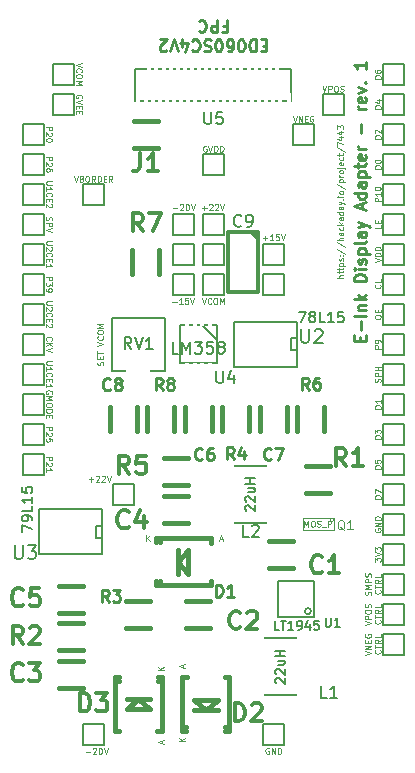
<source format=gto>
G04 (created by PCBNEW (25-Oct-2014 BZR 4029)-stable) date IDT 00:52:32 2015 ספט 30 ד'*
%MOIN*%
G04 Gerber Fmt 3.4, Leading zero omitted, Abs format*
%FSLAX34Y34*%
G01*
G70*
G90*
G04 APERTURE LIST*
%ADD10C,0.00590551*%
%ADD11C,0.00984252*%
%ADD12C,0.00492126*%
%ADD13C,0.008*%
%ADD14C,0.015*%
%ADD15C,0.0031*%
%ADD16C,0.012*%
%ADD17C,0.005*%
%ADD18C,0.0063*%
%ADD19C,0.01*%
%ADD20C,0.006*%
%ADD21C,0.0047*%
%ADD22C,0.0039*%
%ADD23R,0.0590551X0.0590551*%
%ADD24R,0.0591X0.2087*%
%ADD25R,0.0472X0.0591*%
%ADD26R,0.0591X0.0472*%
%ADD27R,0.015X0.05*%
%ADD28R,0.0394X0.0106*%
%ADD29R,0.0315X0.0394*%
%ADD30C,0.055*%
%ADD31R,0.0511811X0.0511811*%
%ADD32R,0.0787402X0.0511811*%
%ADD33R,0.0236X0.0551*%
%ADD34R,0.011811X0.0314961*%
%ADD35R,0.011811X0.0255906*%
%ADD36R,0.015748X0.0374016*%
G04 APERTURE END LIST*
G54D10*
G54D11*
X38771Y-28046D02*
X38640Y-28046D01*
X38584Y-27840D02*
X38771Y-27840D01*
X38771Y-28234D01*
X38584Y-28234D01*
X38415Y-27840D02*
X38415Y-28234D01*
X38321Y-28234D01*
X38265Y-28215D01*
X38227Y-28178D01*
X38209Y-28140D01*
X38190Y-28065D01*
X38190Y-28009D01*
X38209Y-27934D01*
X38227Y-27896D01*
X38265Y-27859D01*
X38321Y-27840D01*
X38415Y-27840D01*
X37946Y-28234D02*
X37909Y-28234D01*
X37871Y-28215D01*
X37853Y-28196D01*
X37834Y-28159D01*
X37815Y-28084D01*
X37815Y-27990D01*
X37834Y-27915D01*
X37853Y-27878D01*
X37871Y-27859D01*
X37909Y-27840D01*
X37946Y-27840D01*
X37984Y-27859D01*
X38002Y-27878D01*
X38021Y-27915D01*
X38040Y-27990D01*
X38040Y-28084D01*
X38021Y-28159D01*
X38002Y-28196D01*
X37984Y-28215D01*
X37946Y-28234D01*
X37478Y-28234D02*
X37553Y-28234D01*
X37590Y-28215D01*
X37609Y-28196D01*
X37646Y-28140D01*
X37665Y-28065D01*
X37665Y-27915D01*
X37646Y-27878D01*
X37628Y-27859D01*
X37590Y-27840D01*
X37515Y-27840D01*
X37478Y-27859D01*
X37459Y-27878D01*
X37440Y-27915D01*
X37440Y-28009D01*
X37459Y-28046D01*
X37478Y-28065D01*
X37515Y-28084D01*
X37590Y-28084D01*
X37628Y-28065D01*
X37646Y-28046D01*
X37665Y-28009D01*
X37196Y-28234D02*
X37159Y-28234D01*
X37121Y-28215D01*
X37103Y-28196D01*
X37084Y-28159D01*
X37065Y-28084D01*
X37065Y-27990D01*
X37084Y-27915D01*
X37103Y-27878D01*
X37121Y-27859D01*
X37159Y-27840D01*
X37196Y-27840D01*
X37234Y-27859D01*
X37253Y-27878D01*
X37271Y-27915D01*
X37290Y-27990D01*
X37290Y-28084D01*
X37271Y-28159D01*
X37253Y-28196D01*
X37234Y-28215D01*
X37196Y-28234D01*
X36915Y-27859D02*
X36859Y-27840D01*
X36765Y-27840D01*
X36728Y-27859D01*
X36709Y-27878D01*
X36690Y-27915D01*
X36690Y-27953D01*
X36709Y-27990D01*
X36728Y-28009D01*
X36765Y-28028D01*
X36840Y-28046D01*
X36878Y-28065D01*
X36896Y-28084D01*
X36915Y-28121D01*
X36915Y-28159D01*
X36896Y-28196D01*
X36878Y-28215D01*
X36840Y-28234D01*
X36746Y-28234D01*
X36690Y-28215D01*
X36296Y-27878D02*
X36315Y-27859D01*
X36371Y-27840D01*
X36409Y-27840D01*
X36465Y-27859D01*
X36503Y-27896D01*
X36521Y-27934D01*
X36540Y-28009D01*
X36540Y-28065D01*
X36521Y-28140D01*
X36503Y-28178D01*
X36465Y-28215D01*
X36409Y-28234D01*
X36371Y-28234D01*
X36315Y-28215D01*
X36296Y-28196D01*
X35959Y-28103D02*
X35959Y-27840D01*
X36053Y-28253D02*
X36146Y-27971D01*
X35903Y-27971D01*
X35809Y-28234D02*
X35678Y-27840D01*
X35547Y-28234D01*
X35434Y-28196D02*
X35415Y-28215D01*
X35378Y-28234D01*
X35284Y-28234D01*
X35247Y-28215D01*
X35228Y-28196D01*
X35209Y-28159D01*
X35209Y-28121D01*
X35228Y-28065D01*
X35453Y-27840D01*
X35209Y-27840D01*
X37337Y-27397D02*
X37468Y-27397D01*
X37468Y-27191D02*
X37468Y-27584D01*
X37281Y-27584D01*
X37131Y-27191D02*
X37131Y-27584D01*
X36981Y-27584D01*
X36943Y-27565D01*
X36925Y-27547D01*
X36906Y-27509D01*
X36906Y-27453D01*
X36925Y-27416D01*
X36943Y-27397D01*
X36981Y-27378D01*
X37131Y-27378D01*
X36512Y-27228D02*
X36531Y-27209D01*
X36587Y-27191D01*
X36625Y-27191D01*
X36681Y-27209D01*
X36718Y-27247D01*
X36737Y-27284D01*
X36756Y-27359D01*
X36756Y-27416D01*
X36737Y-27491D01*
X36718Y-27528D01*
X36681Y-27565D01*
X36625Y-27584D01*
X36587Y-27584D01*
X36531Y-27565D01*
X36512Y-27547D01*
G54D12*
X41329Y-35785D02*
X41132Y-35785D01*
X41329Y-35701D02*
X41226Y-35701D01*
X41207Y-35710D01*
X41198Y-35729D01*
X41198Y-35757D01*
X41207Y-35776D01*
X41217Y-35785D01*
X41198Y-35635D02*
X41198Y-35560D01*
X41132Y-35607D02*
X41301Y-35607D01*
X41320Y-35598D01*
X41329Y-35579D01*
X41329Y-35560D01*
X41198Y-35523D02*
X41198Y-35448D01*
X41132Y-35495D02*
X41301Y-35495D01*
X41320Y-35485D01*
X41329Y-35466D01*
X41329Y-35448D01*
X41198Y-35382D02*
X41395Y-35382D01*
X41207Y-35382D02*
X41198Y-35363D01*
X41198Y-35326D01*
X41207Y-35307D01*
X41217Y-35298D01*
X41235Y-35288D01*
X41292Y-35288D01*
X41310Y-35298D01*
X41320Y-35307D01*
X41329Y-35326D01*
X41329Y-35363D01*
X41320Y-35382D01*
X41320Y-35213D02*
X41329Y-35195D01*
X41329Y-35157D01*
X41320Y-35138D01*
X41301Y-35129D01*
X41292Y-35129D01*
X41273Y-35138D01*
X41264Y-35157D01*
X41264Y-35185D01*
X41254Y-35204D01*
X41235Y-35213D01*
X41226Y-35213D01*
X41207Y-35204D01*
X41198Y-35185D01*
X41198Y-35157D01*
X41207Y-35138D01*
X41310Y-35045D02*
X41320Y-35035D01*
X41329Y-35045D01*
X41320Y-35054D01*
X41310Y-35045D01*
X41329Y-35045D01*
X41207Y-35045D02*
X41217Y-35035D01*
X41226Y-35045D01*
X41217Y-35054D01*
X41207Y-35045D01*
X41226Y-35045D01*
X41123Y-34810D02*
X41376Y-34979D01*
X41123Y-34604D02*
X41376Y-34773D01*
X41329Y-34538D02*
X41132Y-34538D01*
X41329Y-34454D02*
X41226Y-34454D01*
X41207Y-34463D01*
X41198Y-34482D01*
X41198Y-34510D01*
X41207Y-34529D01*
X41217Y-34538D01*
X41329Y-34276D02*
X41226Y-34276D01*
X41207Y-34285D01*
X41198Y-34304D01*
X41198Y-34342D01*
X41207Y-34360D01*
X41320Y-34276D02*
X41329Y-34295D01*
X41329Y-34342D01*
X41320Y-34360D01*
X41301Y-34370D01*
X41282Y-34370D01*
X41264Y-34360D01*
X41254Y-34342D01*
X41254Y-34295D01*
X41245Y-34276D01*
X41320Y-34098D02*
X41329Y-34117D01*
X41329Y-34154D01*
X41320Y-34173D01*
X41310Y-34182D01*
X41292Y-34192D01*
X41235Y-34192D01*
X41217Y-34182D01*
X41207Y-34173D01*
X41198Y-34154D01*
X41198Y-34117D01*
X41207Y-34098D01*
X41329Y-34013D02*
X41132Y-34013D01*
X41254Y-33995D02*
X41329Y-33938D01*
X41198Y-33938D02*
X41273Y-34013D01*
X41329Y-33770D02*
X41226Y-33770D01*
X41207Y-33779D01*
X41198Y-33798D01*
X41198Y-33835D01*
X41207Y-33854D01*
X41320Y-33770D02*
X41329Y-33788D01*
X41329Y-33835D01*
X41320Y-33854D01*
X41301Y-33863D01*
X41282Y-33863D01*
X41264Y-33854D01*
X41254Y-33835D01*
X41254Y-33788D01*
X41245Y-33770D01*
X41329Y-33592D02*
X41132Y-33592D01*
X41320Y-33592D02*
X41329Y-33610D01*
X41329Y-33648D01*
X41320Y-33667D01*
X41310Y-33676D01*
X41292Y-33685D01*
X41235Y-33685D01*
X41217Y-33676D01*
X41207Y-33667D01*
X41198Y-33648D01*
X41198Y-33610D01*
X41207Y-33592D01*
X41329Y-33414D02*
X41226Y-33414D01*
X41207Y-33423D01*
X41198Y-33442D01*
X41198Y-33479D01*
X41207Y-33498D01*
X41320Y-33414D02*
X41329Y-33432D01*
X41329Y-33479D01*
X41320Y-33498D01*
X41301Y-33507D01*
X41282Y-33507D01*
X41264Y-33498D01*
X41254Y-33479D01*
X41254Y-33432D01*
X41245Y-33414D01*
X41198Y-33339D02*
X41329Y-33292D01*
X41198Y-33245D02*
X41329Y-33292D01*
X41376Y-33310D01*
X41385Y-33320D01*
X41395Y-33339D01*
X41310Y-33170D02*
X41320Y-33160D01*
X41329Y-33170D01*
X41320Y-33179D01*
X41310Y-33170D01*
X41329Y-33170D01*
X41329Y-33076D02*
X41198Y-33076D01*
X41132Y-33076D02*
X41142Y-33085D01*
X41151Y-33076D01*
X41142Y-33067D01*
X41132Y-33076D01*
X41151Y-33076D01*
X41329Y-32954D02*
X41320Y-32973D01*
X41310Y-32982D01*
X41292Y-32992D01*
X41235Y-32992D01*
X41217Y-32982D01*
X41207Y-32973D01*
X41198Y-32954D01*
X41198Y-32926D01*
X41207Y-32907D01*
X41217Y-32898D01*
X41235Y-32889D01*
X41292Y-32889D01*
X41310Y-32898D01*
X41320Y-32907D01*
X41329Y-32926D01*
X41329Y-32954D01*
X41123Y-32664D02*
X41376Y-32832D01*
X41198Y-32598D02*
X41395Y-32598D01*
X41207Y-32598D02*
X41198Y-32579D01*
X41198Y-32542D01*
X41207Y-32523D01*
X41217Y-32514D01*
X41235Y-32504D01*
X41292Y-32504D01*
X41310Y-32514D01*
X41320Y-32523D01*
X41329Y-32542D01*
X41329Y-32579D01*
X41320Y-32598D01*
X41329Y-32420D02*
X41198Y-32420D01*
X41235Y-32420D02*
X41217Y-32411D01*
X41207Y-32401D01*
X41198Y-32382D01*
X41198Y-32364D01*
X41329Y-32270D02*
X41320Y-32289D01*
X41310Y-32298D01*
X41292Y-32307D01*
X41235Y-32307D01*
X41217Y-32298D01*
X41207Y-32289D01*
X41198Y-32270D01*
X41198Y-32242D01*
X41207Y-32223D01*
X41217Y-32214D01*
X41235Y-32204D01*
X41292Y-32204D01*
X41310Y-32214D01*
X41320Y-32223D01*
X41329Y-32242D01*
X41329Y-32270D01*
X41198Y-32120D02*
X41367Y-32120D01*
X41385Y-32129D01*
X41395Y-32148D01*
X41395Y-32157D01*
X41132Y-32120D02*
X41142Y-32129D01*
X41151Y-32120D01*
X41142Y-32111D01*
X41132Y-32120D01*
X41151Y-32120D01*
X41320Y-31951D02*
X41329Y-31970D01*
X41329Y-32007D01*
X41320Y-32026D01*
X41301Y-32036D01*
X41226Y-32036D01*
X41207Y-32026D01*
X41198Y-32007D01*
X41198Y-31970D01*
X41207Y-31951D01*
X41226Y-31942D01*
X41245Y-31942D01*
X41264Y-32036D01*
X41320Y-31773D02*
X41329Y-31792D01*
X41329Y-31829D01*
X41320Y-31848D01*
X41310Y-31857D01*
X41292Y-31867D01*
X41235Y-31867D01*
X41217Y-31857D01*
X41207Y-31848D01*
X41198Y-31829D01*
X41198Y-31792D01*
X41207Y-31773D01*
X41198Y-31717D02*
X41198Y-31642D01*
X41132Y-31689D02*
X41301Y-31689D01*
X41320Y-31679D01*
X41329Y-31661D01*
X41329Y-31642D01*
X41123Y-31436D02*
X41376Y-31604D01*
X41132Y-31389D02*
X41132Y-31258D01*
X41329Y-31342D01*
X41198Y-31098D02*
X41329Y-31098D01*
X41123Y-31145D02*
X41264Y-31192D01*
X41264Y-31070D01*
X41198Y-30911D02*
X41329Y-30911D01*
X41123Y-30958D02*
X41264Y-31004D01*
X41264Y-30883D01*
X41132Y-30826D02*
X41132Y-30705D01*
X41207Y-30770D01*
X41207Y-30742D01*
X41217Y-30723D01*
X41226Y-30714D01*
X41245Y-30705D01*
X41292Y-30705D01*
X41310Y-30714D01*
X41320Y-30723D01*
X41329Y-30742D01*
X41329Y-30798D01*
X41320Y-30817D01*
X41310Y-30826D01*
G54D11*
X41878Y-37890D02*
X41878Y-37758D01*
X42084Y-37702D02*
X42084Y-37890D01*
X41690Y-37890D01*
X41690Y-37702D01*
X41934Y-37533D02*
X41934Y-37233D01*
X42084Y-37046D02*
X41690Y-37046D01*
X41821Y-36858D02*
X42084Y-36858D01*
X41859Y-36858D02*
X41840Y-36840D01*
X41821Y-36802D01*
X41821Y-36746D01*
X41840Y-36708D01*
X41878Y-36690D01*
X42084Y-36690D01*
X42084Y-36502D02*
X41690Y-36502D01*
X41934Y-36465D02*
X42084Y-36352D01*
X41821Y-36352D02*
X41971Y-36502D01*
X42084Y-35884D02*
X41690Y-35884D01*
X41690Y-35790D01*
X41709Y-35734D01*
X41746Y-35696D01*
X41784Y-35677D01*
X41859Y-35659D01*
X41915Y-35659D01*
X41990Y-35677D01*
X42028Y-35696D01*
X42065Y-35734D01*
X42084Y-35790D01*
X42084Y-35884D01*
X42084Y-35490D02*
X41821Y-35490D01*
X41690Y-35490D02*
X41709Y-35509D01*
X41728Y-35490D01*
X41709Y-35471D01*
X41690Y-35490D01*
X41728Y-35490D01*
X42065Y-35321D02*
X42084Y-35284D01*
X42084Y-35209D01*
X42065Y-35171D01*
X42028Y-35152D01*
X42009Y-35152D01*
X41971Y-35171D01*
X41953Y-35209D01*
X41953Y-35265D01*
X41934Y-35302D01*
X41896Y-35321D01*
X41878Y-35321D01*
X41840Y-35302D01*
X41821Y-35265D01*
X41821Y-35209D01*
X41840Y-35171D01*
X41821Y-34984D02*
X42215Y-34984D01*
X41840Y-34984D02*
X41821Y-34946D01*
X41821Y-34871D01*
X41840Y-34834D01*
X41859Y-34815D01*
X41896Y-34796D01*
X42009Y-34796D01*
X42046Y-34815D01*
X42065Y-34834D01*
X42084Y-34871D01*
X42084Y-34946D01*
X42065Y-34984D01*
X42084Y-34571D02*
X42065Y-34609D01*
X42028Y-34627D01*
X41690Y-34627D01*
X42084Y-34253D02*
X41878Y-34253D01*
X41840Y-34271D01*
X41821Y-34309D01*
X41821Y-34384D01*
X41840Y-34421D01*
X42065Y-34253D02*
X42084Y-34290D01*
X42084Y-34384D01*
X42065Y-34421D01*
X42028Y-34440D01*
X41990Y-34440D01*
X41953Y-34421D01*
X41934Y-34384D01*
X41934Y-34290D01*
X41915Y-34253D01*
X41821Y-34103D02*
X42084Y-34009D01*
X41821Y-33915D02*
X42084Y-34009D01*
X42178Y-34046D01*
X42196Y-34065D01*
X42215Y-34103D01*
X41971Y-33484D02*
X41971Y-33296D01*
X42084Y-33521D02*
X41690Y-33390D01*
X42084Y-33259D01*
X42084Y-32959D02*
X41690Y-32959D01*
X42065Y-32959D02*
X42084Y-32996D01*
X42084Y-33071D01*
X42065Y-33109D01*
X42046Y-33128D01*
X42009Y-33146D01*
X41896Y-33146D01*
X41859Y-33128D01*
X41840Y-33109D01*
X41821Y-33071D01*
X41821Y-32996D01*
X41840Y-32959D01*
X42084Y-32603D02*
X41878Y-32603D01*
X41840Y-32621D01*
X41821Y-32659D01*
X41821Y-32734D01*
X41840Y-32771D01*
X42065Y-32603D02*
X42084Y-32640D01*
X42084Y-32734D01*
X42065Y-32771D01*
X42028Y-32790D01*
X41990Y-32790D01*
X41953Y-32771D01*
X41934Y-32734D01*
X41934Y-32640D01*
X41915Y-32603D01*
X41821Y-32415D02*
X42215Y-32415D01*
X41840Y-32415D02*
X41821Y-32378D01*
X41821Y-32303D01*
X41840Y-32265D01*
X41859Y-32247D01*
X41896Y-32228D01*
X42009Y-32228D01*
X42046Y-32247D01*
X42065Y-32265D01*
X42084Y-32303D01*
X42084Y-32378D01*
X42065Y-32415D01*
X41821Y-32115D02*
X41821Y-31965D01*
X41690Y-32059D02*
X42028Y-32059D01*
X42065Y-32040D01*
X42084Y-32003D01*
X42084Y-31965D01*
X42065Y-31684D02*
X42084Y-31722D01*
X42084Y-31797D01*
X42065Y-31834D01*
X42028Y-31853D01*
X41878Y-31853D01*
X41840Y-31834D01*
X41821Y-31797D01*
X41821Y-31722D01*
X41840Y-31684D01*
X41878Y-31665D01*
X41915Y-31665D01*
X41953Y-31853D01*
X42084Y-31497D02*
X41821Y-31497D01*
X41896Y-31497D02*
X41859Y-31478D01*
X41840Y-31459D01*
X41821Y-31422D01*
X41821Y-31384D01*
X41934Y-30953D02*
X41934Y-30653D01*
X42084Y-30166D02*
X41821Y-30166D01*
X41896Y-30166D02*
X41859Y-30147D01*
X41840Y-30128D01*
X41821Y-30091D01*
X41821Y-30053D01*
X42065Y-29772D02*
X42084Y-29809D01*
X42084Y-29884D01*
X42065Y-29922D01*
X42028Y-29941D01*
X41878Y-29941D01*
X41840Y-29922D01*
X41821Y-29884D01*
X41821Y-29809D01*
X41840Y-29772D01*
X41878Y-29753D01*
X41915Y-29753D01*
X41953Y-29941D01*
X41821Y-29622D02*
X42084Y-29528D01*
X41821Y-29434D01*
X42046Y-29284D02*
X42065Y-29266D01*
X42084Y-29284D01*
X42065Y-29303D01*
X42046Y-29284D01*
X42084Y-29284D01*
X42084Y-28591D02*
X42084Y-28816D01*
X42084Y-28703D02*
X41690Y-28703D01*
X41746Y-28741D01*
X41784Y-28778D01*
X41803Y-28816D01*
G54D12*
X38850Y-51467D02*
X38831Y-51457D01*
X38803Y-51457D01*
X38775Y-51467D01*
X38756Y-51485D01*
X38746Y-51504D01*
X38737Y-51542D01*
X38737Y-51570D01*
X38746Y-51607D01*
X38756Y-51626D01*
X38775Y-51645D01*
X38803Y-51654D01*
X38821Y-51654D01*
X38850Y-51645D01*
X38859Y-51635D01*
X38859Y-51570D01*
X38821Y-51570D01*
X38943Y-51654D02*
X38943Y-51457D01*
X39056Y-51654D01*
X39056Y-51457D01*
X39149Y-51654D02*
X39149Y-51457D01*
X39196Y-51457D01*
X39224Y-51467D01*
X39243Y-51485D01*
X39253Y-51504D01*
X39262Y-51542D01*
X39262Y-51570D01*
X39253Y-51607D01*
X39243Y-51626D01*
X39224Y-51645D01*
X39196Y-51654D01*
X39149Y-51654D01*
X32753Y-51579D02*
X32903Y-51579D01*
X32987Y-51476D02*
X32996Y-51467D01*
X33015Y-51457D01*
X33062Y-51457D01*
X33081Y-51467D01*
X33090Y-51476D01*
X33100Y-51495D01*
X33100Y-51514D01*
X33090Y-51542D01*
X32978Y-51654D01*
X33100Y-51654D01*
X33221Y-51457D02*
X33240Y-51457D01*
X33259Y-51467D01*
X33268Y-51476D01*
X33278Y-51495D01*
X33287Y-51532D01*
X33287Y-51579D01*
X33278Y-51617D01*
X33268Y-51635D01*
X33259Y-51645D01*
X33240Y-51654D01*
X33221Y-51654D01*
X33203Y-51645D01*
X33193Y-51635D01*
X33184Y-51617D01*
X33174Y-51579D01*
X33174Y-51532D01*
X33184Y-51495D01*
X33193Y-51476D01*
X33203Y-51467D01*
X33221Y-51457D01*
X33343Y-51457D02*
X33409Y-51654D01*
X33474Y-51457D01*
X32853Y-42504D02*
X33003Y-42504D01*
X32928Y-42579D02*
X32928Y-42429D01*
X33087Y-42401D02*
X33096Y-42392D01*
X33115Y-42382D01*
X33162Y-42382D01*
X33181Y-42392D01*
X33190Y-42401D01*
X33200Y-42420D01*
X33200Y-42439D01*
X33190Y-42467D01*
X33078Y-42579D01*
X33200Y-42579D01*
X33274Y-42401D02*
X33284Y-42392D01*
X33303Y-42382D01*
X33349Y-42382D01*
X33368Y-42392D01*
X33378Y-42401D01*
X33387Y-42420D01*
X33387Y-42439D01*
X33378Y-42467D01*
X33265Y-42579D01*
X33387Y-42579D01*
X33443Y-42382D02*
X33509Y-42579D01*
X33574Y-42382D01*
X38653Y-34454D02*
X38803Y-34454D01*
X38728Y-34529D02*
X38728Y-34379D01*
X39000Y-34529D02*
X38887Y-34529D01*
X38943Y-34529D02*
X38943Y-34332D01*
X38925Y-34360D01*
X38906Y-34379D01*
X38887Y-34389D01*
X39178Y-34332D02*
X39084Y-34332D01*
X39074Y-34426D01*
X39084Y-34417D01*
X39103Y-34407D01*
X39149Y-34407D01*
X39168Y-34417D01*
X39178Y-34426D01*
X39187Y-34445D01*
X39187Y-34492D01*
X39178Y-34510D01*
X39168Y-34520D01*
X39149Y-34529D01*
X39103Y-34529D01*
X39084Y-34520D01*
X39074Y-34510D01*
X39243Y-34332D02*
X39309Y-34529D01*
X39374Y-34332D01*
X33320Y-38693D02*
X33329Y-38665D01*
X33329Y-38618D01*
X33320Y-38599D01*
X33310Y-38590D01*
X33292Y-38581D01*
X33273Y-38581D01*
X33254Y-38590D01*
X33245Y-38599D01*
X33235Y-38618D01*
X33226Y-38656D01*
X33217Y-38674D01*
X33207Y-38684D01*
X33189Y-38693D01*
X33170Y-38693D01*
X33151Y-38684D01*
X33142Y-38674D01*
X33132Y-38656D01*
X33132Y-38609D01*
X33142Y-38581D01*
X33226Y-38496D02*
X33226Y-38431D01*
X33329Y-38403D02*
X33329Y-38496D01*
X33132Y-38496D01*
X33132Y-38403D01*
X33132Y-38346D02*
X33132Y-38234D01*
X33329Y-38290D02*
X33132Y-38290D01*
X33132Y-38046D02*
X33329Y-37981D01*
X33132Y-37915D01*
X33310Y-37737D02*
X33320Y-37746D01*
X33329Y-37775D01*
X33329Y-37793D01*
X33320Y-37821D01*
X33301Y-37840D01*
X33282Y-37850D01*
X33245Y-37859D01*
X33217Y-37859D01*
X33179Y-37850D01*
X33160Y-37840D01*
X33142Y-37821D01*
X33132Y-37793D01*
X33132Y-37775D01*
X33142Y-37746D01*
X33151Y-37737D01*
X33132Y-37615D02*
X33132Y-37578D01*
X33142Y-37559D01*
X33160Y-37540D01*
X33198Y-37531D01*
X33264Y-37531D01*
X33301Y-37540D01*
X33320Y-37559D01*
X33329Y-37578D01*
X33329Y-37615D01*
X33320Y-37634D01*
X33301Y-37653D01*
X33264Y-37662D01*
X33198Y-37662D01*
X33160Y-37653D01*
X33142Y-37634D01*
X33132Y-37615D01*
X33329Y-37446D02*
X33132Y-37446D01*
X33273Y-37381D01*
X33132Y-37315D01*
X33329Y-37315D01*
X36620Y-36457D02*
X36685Y-36654D01*
X36751Y-36457D01*
X36929Y-36635D02*
X36920Y-36645D01*
X36892Y-36654D01*
X36873Y-36654D01*
X36845Y-36645D01*
X36826Y-36626D01*
X36817Y-36607D01*
X36807Y-36570D01*
X36807Y-36542D01*
X36817Y-36504D01*
X36826Y-36485D01*
X36845Y-36467D01*
X36873Y-36457D01*
X36892Y-36457D01*
X36920Y-36467D01*
X36929Y-36476D01*
X37051Y-36457D02*
X37089Y-36457D01*
X37107Y-36467D01*
X37126Y-36485D01*
X37135Y-36523D01*
X37135Y-36589D01*
X37126Y-36626D01*
X37107Y-36645D01*
X37089Y-36654D01*
X37051Y-36654D01*
X37032Y-36645D01*
X37014Y-36626D01*
X37004Y-36589D01*
X37004Y-36523D01*
X37014Y-36485D01*
X37032Y-36467D01*
X37051Y-36457D01*
X37220Y-36654D02*
X37220Y-36457D01*
X37285Y-36598D01*
X37351Y-36457D01*
X37351Y-36654D01*
X35628Y-36579D02*
X35778Y-36579D01*
X35975Y-36654D02*
X35862Y-36654D01*
X35918Y-36654D02*
X35918Y-36457D01*
X35900Y-36485D01*
X35881Y-36504D01*
X35862Y-36514D01*
X36153Y-36457D02*
X36059Y-36457D01*
X36049Y-36551D01*
X36059Y-36542D01*
X36078Y-36532D01*
X36124Y-36532D01*
X36143Y-36542D01*
X36153Y-36551D01*
X36162Y-36570D01*
X36162Y-36617D01*
X36153Y-36635D01*
X36143Y-36645D01*
X36124Y-36654D01*
X36078Y-36654D01*
X36059Y-36645D01*
X36049Y-36635D01*
X36218Y-36457D02*
X36284Y-36654D01*
X36349Y-36457D01*
X36628Y-33454D02*
X36778Y-33454D01*
X36703Y-33529D02*
X36703Y-33379D01*
X36862Y-33351D02*
X36871Y-33342D01*
X36890Y-33332D01*
X36937Y-33332D01*
X36956Y-33342D01*
X36965Y-33351D01*
X36975Y-33370D01*
X36975Y-33389D01*
X36965Y-33417D01*
X36853Y-33529D01*
X36975Y-33529D01*
X37049Y-33351D02*
X37059Y-33342D01*
X37078Y-33332D01*
X37124Y-33332D01*
X37143Y-33342D01*
X37153Y-33351D01*
X37162Y-33370D01*
X37162Y-33389D01*
X37153Y-33417D01*
X37040Y-33529D01*
X37162Y-33529D01*
X37218Y-33332D02*
X37284Y-33529D01*
X37349Y-33332D01*
X35653Y-33454D02*
X35803Y-33454D01*
X35887Y-33351D02*
X35896Y-33342D01*
X35915Y-33332D01*
X35962Y-33332D01*
X35981Y-33342D01*
X35990Y-33351D01*
X36000Y-33370D01*
X36000Y-33389D01*
X35990Y-33417D01*
X35878Y-33529D01*
X36000Y-33529D01*
X36121Y-33332D02*
X36140Y-33332D01*
X36159Y-33342D01*
X36168Y-33351D01*
X36178Y-33370D01*
X36187Y-33407D01*
X36187Y-33454D01*
X36178Y-33492D01*
X36168Y-33510D01*
X36159Y-33520D01*
X36140Y-33529D01*
X36121Y-33529D01*
X36103Y-33520D01*
X36093Y-33510D01*
X36084Y-33492D01*
X36074Y-33454D01*
X36074Y-33407D01*
X36084Y-33370D01*
X36093Y-33351D01*
X36103Y-33342D01*
X36121Y-33332D01*
X36243Y-33332D02*
X36309Y-33529D01*
X36374Y-33332D01*
X40639Y-29382D02*
X40704Y-29579D01*
X40770Y-29382D01*
X40835Y-29579D02*
X40835Y-29382D01*
X40910Y-29382D01*
X40929Y-29392D01*
X40939Y-29401D01*
X40948Y-29420D01*
X40948Y-29448D01*
X40939Y-29467D01*
X40929Y-29476D01*
X40910Y-29485D01*
X40835Y-29485D01*
X41070Y-29382D02*
X41107Y-29382D01*
X41126Y-29392D01*
X41145Y-29410D01*
X41154Y-29448D01*
X41154Y-29514D01*
X41145Y-29551D01*
X41126Y-29570D01*
X41107Y-29579D01*
X41070Y-29579D01*
X41051Y-29570D01*
X41032Y-29551D01*
X41023Y-29514D01*
X41023Y-29448D01*
X41032Y-29410D01*
X41051Y-29392D01*
X41070Y-29382D01*
X41229Y-29570D02*
X41257Y-29579D01*
X41304Y-29579D01*
X41323Y-29570D01*
X41332Y-29560D01*
X41342Y-29542D01*
X41342Y-29523D01*
X41332Y-29504D01*
X41323Y-29495D01*
X41304Y-29485D01*
X41267Y-29476D01*
X41248Y-29467D01*
X41239Y-29457D01*
X41229Y-29439D01*
X41229Y-29420D01*
X41239Y-29401D01*
X41248Y-29392D01*
X41267Y-29382D01*
X41314Y-29382D01*
X41342Y-29392D01*
X39643Y-30382D02*
X39709Y-30579D01*
X39775Y-30382D01*
X39840Y-30579D02*
X39840Y-30382D01*
X39953Y-30579D01*
X39953Y-30382D01*
X40046Y-30476D02*
X40112Y-30476D01*
X40140Y-30579D02*
X40046Y-30579D01*
X40046Y-30382D01*
X40140Y-30382D01*
X40328Y-30392D02*
X40309Y-30382D01*
X40281Y-30382D01*
X40253Y-30392D01*
X40234Y-30410D01*
X40224Y-30429D01*
X40215Y-30467D01*
X40215Y-30495D01*
X40224Y-30532D01*
X40234Y-30551D01*
X40253Y-30570D01*
X40281Y-30579D01*
X40299Y-30579D01*
X40328Y-30570D01*
X40337Y-30560D01*
X40337Y-30495D01*
X40299Y-30495D01*
X36770Y-31392D02*
X36751Y-31382D01*
X36723Y-31382D01*
X36695Y-31392D01*
X36676Y-31410D01*
X36667Y-31429D01*
X36657Y-31467D01*
X36657Y-31495D01*
X36667Y-31532D01*
X36676Y-31551D01*
X36695Y-31570D01*
X36723Y-31579D01*
X36742Y-31579D01*
X36770Y-31570D01*
X36779Y-31560D01*
X36779Y-31495D01*
X36742Y-31495D01*
X36835Y-31382D02*
X36901Y-31579D01*
X36967Y-31382D01*
X37032Y-31579D02*
X37032Y-31382D01*
X37079Y-31382D01*
X37107Y-31392D01*
X37126Y-31410D01*
X37135Y-31429D01*
X37145Y-31467D01*
X37145Y-31495D01*
X37135Y-31532D01*
X37126Y-31551D01*
X37107Y-31570D01*
X37079Y-31579D01*
X37032Y-31579D01*
X37229Y-31579D02*
X37229Y-31382D01*
X37276Y-31382D01*
X37304Y-31392D01*
X37323Y-31410D01*
X37332Y-31429D01*
X37342Y-31467D01*
X37342Y-31495D01*
X37332Y-31532D01*
X37323Y-31551D01*
X37304Y-31570D01*
X37276Y-31579D01*
X37229Y-31579D01*
X32348Y-32382D02*
X32414Y-32579D01*
X32479Y-32382D01*
X32610Y-32476D02*
X32639Y-32485D01*
X32648Y-32495D01*
X32657Y-32514D01*
X32657Y-32542D01*
X32648Y-32560D01*
X32639Y-32570D01*
X32620Y-32579D01*
X32545Y-32579D01*
X32545Y-32382D01*
X32610Y-32382D01*
X32629Y-32392D01*
X32639Y-32401D01*
X32648Y-32420D01*
X32648Y-32439D01*
X32639Y-32457D01*
X32629Y-32467D01*
X32610Y-32476D01*
X32545Y-32476D01*
X32779Y-32382D02*
X32817Y-32382D01*
X32835Y-32392D01*
X32854Y-32410D01*
X32864Y-32448D01*
X32864Y-32514D01*
X32854Y-32551D01*
X32835Y-32570D01*
X32817Y-32579D01*
X32779Y-32579D01*
X32760Y-32570D01*
X32742Y-32551D01*
X32732Y-32514D01*
X32732Y-32448D01*
X32742Y-32410D01*
X32760Y-32392D01*
X32779Y-32382D01*
X33060Y-32579D02*
X32995Y-32485D01*
X32948Y-32579D02*
X32948Y-32382D01*
X33023Y-32382D01*
X33042Y-32392D01*
X33051Y-32401D01*
X33060Y-32420D01*
X33060Y-32448D01*
X33051Y-32467D01*
X33042Y-32476D01*
X33023Y-32485D01*
X32948Y-32485D01*
X33145Y-32579D02*
X33145Y-32382D01*
X33192Y-32382D01*
X33220Y-32392D01*
X33239Y-32410D01*
X33248Y-32429D01*
X33257Y-32467D01*
X33257Y-32495D01*
X33248Y-32532D01*
X33239Y-32551D01*
X33220Y-32570D01*
X33192Y-32579D01*
X33145Y-32579D01*
X33342Y-32476D02*
X33407Y-32476D01*
X33435Y-32579D02*
X33342Y-32579D01*
X33342Y-32382D01*
X33435Y-32382D01*
X33632Y-32579D02*
X33567Y-32485D01*
X33520Y-32579D02*
X33520Y-32382D01*
X33595Y-32382D01*
X33613Y-32392D01*
X33623Y-32401D01*
X33632Y-32420D01*
X33632Y-32448D01*
X33623Y-32467D01*
X33613Y-32476D01*
X33595Y-32485D01*
X33520Y-32485D01*
X42057Y-48356D02*
X42254Y-48290D01*
X42057Y-48224D01*
X42254Y-48159D02*
X42057Y-48159D01*
X42254Y-48046D01*
X42057Y-48046D01*
X42151Y-47953D02*
X42151Y-47887D01*
X42254Y-47859D02*
X42254Y-47953D01*
X42057Y-47953D01*
X42057Y-47859D01*
X42067Y-47671D02*
X42057Y-47690D01*
X42057Y-47718D01*
X42067Y-47746D01*
X42085Y-47765D01*
X42104Y-47775D01*
X42142Y-47784D01*
X42170Y-47784D01*
X42207Y-47775D01*
X42226Y-47765D01*
X42245Y-47746D01*
X42254Y-47718D01*
X42254Y-47700D01*
X42245Y-47671D01*
X42235Y-47662D01*
X42170Y-47662D01*
X42170Y-47700D01*
X42560Y-48192D02*
X42570Y-48201D01*
X42579Y-48229D01*
X42579Y-48248D01*
X42570Y-48276D01*
X42551Y-48295D01*
X42532Y-48304D01*
X42495Y-48314D01*
X42466Y-48314D01*
X42429Y-48304D01*
X42410Y-48295D01*
X42392Y-48276D01*
X42382Y-48248D01*
X42382Y-48229D01*
X42392Y-48201D01*
X42401Y-48192D01*
X42382Y-48135D02*
X42382Y-48023D01*
X42579Y-48079D02*
X42382Y-48079D01*
X42579Y-47845D02*
X42485Y-47910D01*
X42579Y-47957D02*
X42382Y-47957D01*
X42382Y-47882D01*
X42392Y-47864D01*
X42401Y-47854D01*
X42420Y-47845D01*
X42448Y-47845D01*
X42466Y-47854D01*
X42476Y-47864D01*
X42485Y-47882D01*
X42485Y-47957D01*
X42579Y-47667D02*
X42579Y-47760D01*
X42382Y-47760D01*
X42057Y-47360D02*
X42254Y-47295D01*
X42057Y-47229D01*
X42254Y-47164D02*
X42057Y-47164D01*
X42057Y-47089D01*
X42067Y-47070D01*
X42076Y-47060D01*
X42095Y-47051D01*
X42123Y-47051D01*
X42142Y-47060D01*
X42151Y-47070D01*
X42160Y-47089D01*
X42160Y-47164D01*
X42057Y-46929D02*
X42057Y-46892D01*
X42067Y-46873D01*
X42085Y-46854D01*
X42123Y-46845D01*
X42189Y-46845D01*
X42226Y-46854D01*
X42245Y-46873D01*
X42254Y-46892D01*
X42254Y-46929D01*
X42245Y-46948D01*
X42226Y-46967D01*
X42189Y-46976D01*
X42123Y-46976D01*
X42085Y-46967D01*
X42067Y-46948D01*
X42057Y-46929D01*
X42245Y-46770D02*
X42254Y-46742D01*
X42254Y-46695D01*
X42245Y-46676D01*
X42235Y-46667D01*
X42217Y-46657D01*
X42198Y-46657D01*
X42179Y-46667D01*
X42170Y-46676D01*
X42160Y-46695D01*
X42151Y-46732D01*
X42142Y-46751D01*
X42132Y-46760D01*
X42114Y-46770D01*
X42095Y-46770D01*
X42076Y-46760D01*
X42067Y-46751D01*
X42057Y-46732D01*
X42057Y-46685D01*
X42067Y-46657D01*
X42560Y-47192D02*
X42570Y-47201D01*
X42579Y-47229D01*
X42579Y-47248D01*
X42570Y-47276D01*
X42551Y-47295D01*
X42532Y-47304D01*
X42495Y-47314D01*
X42466Y-47314D01*
X42429Y-47304D01*
X42410Y-47295D01*
X42392Y-47276D01*
X42382Y-47248D01*
X42382Y-47229D01*
X42392Y-47201D01*
X42401Y-47192D01*
X42382Y-47135D02*
X42382Y-47023D01*
X42579Y-47079D02*
X42382Y-47079D01*
X42579Y-46845D02*
X42485Y-46910D01*
X42579Y-46957D02*
X42382Y-46957D01*
X42382Y-46882D01*
X42392Y-46864D01*
X42401Y-46854D01*
X42420Y-46845D01*
X42448Y-46845D01*
X42466Y-46854D01*
X42476Y-46864D01*
X42485Y-46882D01*
X42485Y-46957D01*
X42579Y-46667D02*
X42579Y-46760D01*
X42382Y-46760D01*
X42245Y-46360D02*
X42254Y-46332D01*
X42254Y-46285D01*
X42245Y-46267D01*
X42235Y-46257D01*
X42217Y-46248D01*
X42198Y-46248D01*
X42179Y-46257D01*
X42170Y-46267D01*
X42160Y-46285D01*
X42151Y-46323D01*
X42142Y-46342D01*
X42132Y-46351D01*
X42114Y-46360D01*
X42095Y-46360D01*
X42076Y-46351D01*
X42067Y-46342D01*
X42057Y-46323D01*
X42057Y-46276D01*
X42067Y-46248D01*
X42254Y-46164D02*
X42057Y-46164D01*
X42198Y-46098D01*
X42057Y-46032D01*
X42254Y-46032D01*
X42254Y-45939D02*
X42057Y-45939D01*
X42057Y-45864D01*
X42067Y-45845D01*
X42076Y-45835D01*
X42095Y-45826D01*
X42123Y-45826D01*
X42142Y-45835D01*
X42151Y-45845D01*
X42160Y-45864D01*
X42160Y-45939D01*
X42245Y-45751D02*
X42254Y-45723D01*
X42254Y-45676D01*
X42245Y-45657D01*
X42235Y-45648D01*
X42217Y-45639D01*
X42198Y-45639D01*
X42179Y-45648D01*
X42170Y-45657D01*
X42160Y-45676D01*
X42151Y-45714D01*
X42142Y-45732D01*
X42132Y-45742D01*
X42114Y-45751D01*
X42095Y-45751D01*
X42076Y-45742D01*
X42067Y-45732D01*
X42057Y-45714D01*
X42057Y-45667D01*
X42067Y-45639D01*
X42560Y-46192D02*
X42570Y-46201D01*
X42579Y-46229D01*
X42579Y-46248D01*
X42570Y-46276D01*
X42551Y-46295D01*
X42532Y-46304D01*
X42495Y-46314D01*
X42466Y-46314D01*
X42429Y-46304D01*
X42410Y-46295D01*
X42392Y-46276D01*
X42382Y-46248D01*
X42382Y-46229D01*
X42392Y-46201D01*
X42401Y-46192D01*
X42382Y-46135D02*
X42382Y-46023D01*
X42579Y-46079D02*
X42382Y-46079D01*
X42579Y-45845D02*
X42485Y-45910D01*
X42579Y-45957D02*
X42382Y-45957D01*
X42382Y-45882D01*
X42392Y-45864D01*
X42401Y-45854D01*
X42420Y-45845D01*
X42448Y-45845D01*
X42466Y-45854D01*
X42476Y-45864D01*
X42485Y-45882D01*
X42485Y-45957D01*
X42579Y-45667D02*
X42579Y-45760D01*
X42382Y-45760D01*
X42382Y-45243D02*
X42382Y-45121D01*
X42457Y-45187D01*
X42457Y-45159D01*
X42467Y-45140D01*
X42476Y-45131D01*
X42495Y-45121D01*
X42542Y-45121D01*
X42560Y-45131D01*
X42570Y-45140D01*
X42579Y-45159D01*
X42579Y-45215D01*
X42570Y-45234D01*
X42560Y-45243D01*
X42382Y-45065D02*
X42579Y-44999D01*
X42382Y-44934D01*
X42382Y-44887D02*
X42382Y-44765D01*
X42457Y-44831D01*
X42457Y-44803D01*
X42467Y-44784D01*
X42476Y-44775D01*
X42495Y-44765D01*
X42542Y-44765D01*
X42560Y-44775D01*
X42570Y-44784D01*
X42579Y-44803D01*
X42579Y-44859D01*
X42570Y-44878D01*
X42560Y-44887D01*
X42392Y-44149D02*
X42382Y-44168D01*
X42382Y-44196D01*
X42392Y-44224D01*
X42410Y-44243D01*
X42429Y-44253D01*
X42467Y-44262D01*
X42495Y-44262D01*
X42532Y-44253D01*
X42551Y-44243D01*
X42570Y-44224D01*
X42579Y-44196D01*
X42579Y-44178D01*
X42570Y-44149D01*
X42560Y-44140D01*
X42495Y-44140D01*
X42495Y-44178D01*
X42579Y-44056D02*
X42382Y-44056D01*
X42579Y-43943D01*
X42382Y-43943D01*
X42579Y-43850D02*
X42382Y-43850D01*
X42382Y-43803D01*
X42392Y-43775D01*
X42410Y-43756D01*
X42429Y-43746D01*
X42467Y-43737D01*
X42495Y-43737D01*
X42532Y-43746D01*
X42551Y-43756D01*
X42570Y-43775D01*
X42579Y-43803D01*
X42579Y-43850D01*
X42579Y-43145D02*
X42382Y-43145D01*
X42382Y-43098D01*
X42392Y-43070D01*
X42410Y-43051D01*
X42429Y-43042D01*
X42467Y-43032D01*
X42495Y-43032D01*
X42532Y-43042D01*
X42551Y-43051D01*
X42570Y-43070D01*
X42579Y-43098D01*
X42579Y-43145D01*
X42382Y-42967D02*
X42382Y-42835D01*
X42579Y-42920D01*
X42579Y-42145D02*
X42382Y-42145D01*
X42382Y-42098D01*
X42392Y-42070D01*
X42410Y-42051D01*
X42429Y-42042D01*
X42467Y-42032D01*
X42495Y-42032D01*
X42532Y-42042D01*
X42551Y-42051D01*
X42570Y-42070D01*
X42579Y-42098D01*
X42579Y-42145D01*
X42382Y-41854D02*
X42382Y-41948D01*
X42476Y-41957D01*
X42467Y-41948D01*
X42457Y-41929D01*
X42457Y-41882D01*
X42467Y-41864D01*
X42476Y-41854D01*
X42495Y-41845D01*
X42542Y-41845D01*
X42560Y-41854D01*
X42570Y-41864D01*
X42579Y-41882D01*
X42579Y-41929D01*
X42570Y-41948D01*
X42560Y-41957D01*
X42579Y-41145D02*
X42382Y-41145D01*
X42382Y-41098D01*
X42392Y-41070D01*
X42410Y-41051D01*
X42429Y-41042D01*
X42467Y-41032D01*
X42495Y-41032D01*
X42532Y-41042D01*
X42551Y-41051D01*
X42570Y-41070D01*
X42579Y-41098D01*
X42579Y-41145D01*
X42382Y-40967D02*
X42382Y-40845D01*
X42457Y-40910D01*
X42457Y-40882D01*
X42467Y-40864D01*
X42476Y-40854D01*
X42495Y-40845D01*
X42542Y-40845D01*
X42560Y-40854D01*
X42570Y-40864D01*
X42579Y-40882D01*
X42579Y-40939D01*
X42570Y-40957D01*
X42560Y-40967D01*
X42579Y-40145D02*
X42382Y-40145D01*
X42382Y-40098D01*
X42392Y-40070D01*
X42410Y-40051D01*
X42429Y-40042D01*
X42467Y-40032D01*
X42495Y-40032D01*
X42532Y-40042D01*
X42551Y-40051D01*
X42570Y-40070D01*
X42579Y-40098D01*
X42579Y-40145D01*
X42579Y-39845D02*
X42579Y-39957D01*
X42579Y-39901D02*
X42382Y-39901D01*
X42410Y-39920D01*
X42429Y-39939D01*
X42439Y-39957D01*
X42570Y-39257D02*
X42579Y-39229D01*
X42579Y-39182D01*
X42570Y-39164D01*
X42560Y-39154D01*
X42542Y-39145D01*
X42523Y-39145D01*
X42504Y-39154D01*
X42495Y-39164D01*
X42485Y-39182D01*
X42476Y-39220D01*
X42467Y-39239D01*
X42457Y-39248D01*
X42439Y-39257D01*
X42420Y-39257D01*
X42401Y-39248D01*
X42392Y-39239D01*
X42382Y-39220D01*
X42382Y-39173D01*
X42392Y-39145D01*
X42579Y-39060D02*
X42382Y-39060D01*
X42382Y-38985D01*
X42392Y-38967D01*
X42401Y-38957D01*
X42420Y-38948D01*
X42448Y-38948D01*
X42467Y-38957D01*
X42476Y-38967D01*
X42485Y-38985D01*
X42485Y-39060D01*
X42579Y-38864D02*
X42382Y-38864D01*
X42476Y-38864D02*
X42476Y-38751D01*
X42579Y-38751D02*
X42382Y-38751D01*
X42579Y-38145D02*
X42382Y-38145D01*
X42382Y-38070D01*
X42392Y-38051D01*
X42401Y-38042D01*
X42420Y-38032D01*
X42448Y-38032D01*
X42467Y-38042D01*
X42476Y-38051D01*
X42485Y-38070D01*
X42485Y-38145D01*
X42579Y-37939D02*
X42579Y-37901D01*
X42570Y-37882D01*
X42560Y-37873D01*
X42532Y-37854D01*
X42495Y-37845D01*
X42420Y-37845D01*
X42401Y-37854D01*
X42392Y-37864D01*
X42382Y-37882D01*
X42382Y-37920D01*
X42392Y-37939D01*
X42401Y-37948D01*
X42420Y-37957D01*
X42467Y-37957D01*
X42485Y-37948D01*
X42495Y-37939D01*
X42504Y-37920D01*
X42504Y-37882D01*
X42495Y-37864D01*
X42485Y-37854D01*
X42467Y-37845D01*
X42382Y-37107D02*
X42382Y-37070D01*
X42392Y-37051D01*
X42410Y-37032D01*
X42448Y-37023D01*
X42514Y-37023D01*
X42551Y-37032D01*
X42570Y-37051D01*
X42579Y-37070D01*
X42579Y-37107D01*
X42570Y-37126D01*
X42551Y-37145D01*
X42514Y-37154D01*
X42448Y-37154D01*
X42410Y-37145D01*
X42392Y-37126D01*
X42382Y-37107D01*
X42476Y-36939D02*
X42476Y-36873D01*
X42579Y-36845D02*
X42579Y-36939D01*
X42382Y-36939D01*
X42382Y-36845D01*
X42560Y-36018D02*
X42570Y-36028D01*
X42579Y-36056D01*
X42579Y-36074D01*
X42570Y-36103D01*
X42551Y-36121D01*
X42532Y-36131D01*
X42495Y-36140D01*
X42467Y-36140D01*
X42429Y-36131D01*
X42410Y-36121D01*
X42392Y-36103D01*
X42382Y-36074D01*
X42382Y-36056D01*
X42392Y-36028D01*
X42401Y-36018D01*
X42579Y-35840D02*
X42579Y-35934D01*
X42382Y-35934D01*
X42382Y-35262D02*
X42579Y-35196D01*
X42382Y-35131D01*
X42579Y-35065D02*
X42382Y-35065D01*
X42382Y-35018D01*
X42392Y-34990D01*
X42410Y-34971D01*
X42429Y-34962D01*
X42467Y-34953D01*
X42495Y-34953D01*
X42532Y-34962D01*
X42551Y-34971D01*
X42570Y-34990D01*
X42579Y-35018D01*
X42579Y-35065D01*
X42579Y-34868D02*
X42382Y-34868D01*
X42382Y-34821D01*
X42392Y-34793D01*
X42410Y-34775D01*
X42429Y-34765D01*
X42467Y-34756D01*
X42495Y-34756D01*
X42532Y-34765D01*
X42551Y-34775D01*
X42570Y-34793D01*
X42579Y-34821D01*
X42579Y-34868D01*
X42579Y-34028D02*
X42579Y-34121D01*
X42382Y-34121D01*
X42476Y-33962D02*
X42476Y-33896D01*
X42579Y-33868D02*
X42579Y-33962D01*
X42382Y-33962D01*
X42382Y-33868D01*
X42579Y-33239D02*
X42382Y-33239D01*
X42382Y-33164D01*
X42392Y-33145D01*
X42401Y-33135D01*
X42420Y-33126D01*
X42448Y-33126D01*
X42467Y-33135D01*
X42476Y-33145D01*
X42485Y-33164D01*
X42485Y-33239D01*
X42579Y-32939D02*
X42579Y-33051D01*
X42579Y-32995D02*
X42382Y-32995D01*
X42410Y-33014D01*
X42429Y-33032D01*
X42439Y-33051D01*
X42382Y-32817D02*
X42382Y-32798D01*
X42392Y-32779D01*
X42401Y-32770D01*
X42420Y-32760D01*
X42457Y-32751D01*
X42504Y-32751D01*
X42542Y-32760D01*
X42560Y-32770D01*
X42570Y-32779D01*
X42579Y-32798D01*
X42579Y-32817D01*
X42570Y-32835D01*
X42560Y-32845D01*
X42542Y-32854D01*
X42504Y-32864D01*
X42457Y-32864D01*
X42420Y-32854D01*
X42401Y-32845D01*
X42392Y-32835D01*
X42382Y-32817D01*
X42579Y-32145D02*
X42382Y-32145D01*
X42382Y-32098D01*
X42392Y-32070D01*
X42410Y-32051D01*
X42429Y-32042D01*
X42467Y-32032D01*
X42495Y-32032D01*
X42532Y-32042D01*
X42551Y-32051D01*
X42570Y-32070D01*
X42579Y-32098D01*
X42579Y-32145D01*
X42382Y-31910D02*
X42382Y-31892D01*
X42392Y-31873D01*
X42401Y-31864D01*
X42420Y-31854D01*
X42457Y-31845D01*
X42504Y-31845D01*
X42542Y-31854D01*
X42560Y-31864D01*
X42570Y-31873D01*
X42579Y-31892D01*
X42579Y-31910D01*
X42570Y-31929D01*
X42560Y-31939D01*
X42542Y-31948D01*
X42504Y-31957D01*
X42457Y-31957D01*
X42420Y-31948D01*
X42401Y-31939D01*
X42392Y-31929D01*
X42382Y-31910D01*
X42579Y-31145D02*
X42382Y-31145D01*
X42382Y-31098D01*
X42392Y-31070D01*
X42410Y-31051D01*
X42429Y-31042D01*
X42467Y-31032D01*
X42495Y-31032D01*
X42532Y-31042D01*
X42551Y-31051D01*
X42570Y-31070D01*
X42579Y-31098D01*
X42579Y-31145D01*
X42401Y-30957D02*
X42392Y-30948D01*
X42382Y-30929D01*
X42382Y-30882D01*
X42392Y-30864D01*
X42401Y-30854D01*
X42420Y-30845D01*
X42439Y-30845D01*
X42467Y-30854D01*
X42579Y-30967D01*
X42579Y-30845D01*
X42579Y-30145D02*
X42382Y-30145D01*
X42382Y-30098D01*
X42392Y-30070D01*
X42410Y-30051D01*
X42429Y-30042D01*
X42467Y-30032D01*
X42495Y-30032D01*
X42532Y-30042D01*
X42551Y-30051D01*
X42570Y-30070D01*
X42579Y-30098D01*
X42579Y-30145D01*
X42448Y-29864D02*
X42579Y-29864D01*
X42373Y-29910D02*
X42514Y-29957D01*
X42514Y-29835D01*
X42579Y-29145D02*
X42382Y-29145D01*
X42382Y-29098D01*
X42392Y-29070D01*
X42410Y-29051D01*
X42429Y-29042D01*
X42467Y-29032D01*
X42495Y-29032D01*
X42532Y-29042D01*
X42551Y-29051D01*
X42570Y-29070D01*
X42579Y-29098D01*
X42579Y-29145D01*
X42382Y-28864D02*
X42382Y-28901D01*
X42392Y-28920D01*
X42401Y-28929D01*
X42429Y-28948D01*
X42467Y-28957D01*
X42542Y-28957D01*
X42560Y-28948D01*
X42570Y-28939D01*
X42579Y-28920D01*
X42579Y-28882D01*
X42570Y-28864D01*
X42560Y-28854D01*
X42542Y-28845D01*
X42495Y-28845D01*
X42476Y-28854D01*
X42467Y-28864D01*
X42457Y-28882D01*
X42457Y-28920D01*
X42467Y-28939D01*
X42476Y-28948D01*
X42495Y-28957D01*
X31420Y-41760D02*
X31617Y-41760D01*
X31617Y-41835D01*
X31607Y-41854D01*
X31598Y-41864D01*
X31579Y-41873D01*
X31551Y-41873D01*
X31532Y-41864D01*
X31523Y-41854D01*
X31514Y-41835D01*
X31514Y-41760D01*
X31598Y-41948D02*
X31607Y-41957D01*
X31617Y-41976D01*
X31617Y-42023D01*
X31607Y-42042D01*
X31598Y-42051D01*
X31579Y-42060D01*
X31560Y-42060D01*
X31532Y-42051D01*
X31420Y-41939D01*
X31420Y-42060D01*
X31420Y-42248D02*
X31420Y-42135D01*
X31420Y-42192D02*
X31617Y-42192D01*
X31589Y-42173D01*
X31570Y-42154D01*
X31560Y-42135D01*
X31420Y-40760D02*
X31617Y-40760D01*
X31617Y-40835D01*
X31607Y-40854D01*
X31598Y-40864D01*
X31579Y-40873D01*
X31551Y-40873D01*
X31532Y-40864D01*
X31523Y-40854D01*
X31514Y-40835D01*
X31514Y-40760D01*
X31598Y-40948D02*
X31607Y-40957D01*
X31617Y-40976D01*
X31617Y-41023D01*
X31607Y-41042D01*
X31598Y-41051D01*
X31579Y-41060D01*
X31560Y-41060D01*
X31532Y-41051D01*
X31420Y-40939D01*
X31420Y-41060D01*
X31617Y-41239D02*
X31617Y-41145D01*
X31523Y-41135D01*
X31532Y-41145D01*
X31542Y-41164D01*
X31542Y-41210D01*
X31532Y-41229D01*
X31523Y-41239D01*
X31504Y-41248D01*
X31457Y-41248D01*
X31439Y-41239D01*
X31429Y-41229D01*
X31420Y-41210D01*
X31420Y-41164D01*
X31429Y-41145D01*
X31439Y-41135D01*
X31607Y-39648D02*
X31617Y-39629D01*
X31617Y-39601D01*
X31607Y-39573D01*
X31589Y-39554D01*
X31570Y-39545D01*
X31532Y-39535D01*
X31504Y-39535D01*
X31467Y-39545D01*
X31448Y-39554D01*
X31429Y-39573D01*
X31420Y-39601D01*
X31420Y-39620D01*
X31429Y-39648D01*
X31439Y-39657D01*
X31504Y-39657D01*
X31504Y-39620D01*
X31420Y-39742D02*
X31617Y-39742D01*
X31476Y-39807D01*
X31617Y-39873D01*
X31420Y-39873D01*
X31617Y-40004D02*
X31617Y-40042D01*
X31607Y-40060D01*
X31589Y-40079D01*
X31551Y-40089D01*
X31485Y-40089D01*
X31448Y-40079D01*
X31429Y-40060D01*
X31420Y-40042D01*
X31420Y-40004D01*
X31429Y-39985D01*
X31448Y-39967D01*
X31485Y-39957D01*
X31551Y-39957D01*
X31589Y-39967D01*
X31607Y-39985D01*
X31617Y-40004D01*
X31420Y-40173D02*
X31617Y-40173D01*
X31617Y-40220D01*
X31607Y-40248D01*
X31589Y-40267D01*
X31570Y-40276D01*
X31532Y-40285D01*
X31504Y-40285D01*
X31467Y-40276D01*
X31448Y-40267D01*
X31429Y-40248D01*
X31420Y-40220D01*
X31420Y-40173D01*
X31523Y-40370D02*
X31523Y-40435D01*
X31420Y-40464D02*
X31420Y-40370D01*
X31617Y-40370D01*
X31617Y-40464D01*
X31617Y-38568D02*
X31457Y-38568D01*
X31439Y-38578D01*
X31429Y-38587D01*
X31420Y-38606D01*
X31420Y-38643D01*
X31429Y-38662D01*
X31439Y-38671D01*
X31457Y-38681D01*
X31617Y-38681D01*
X31420Y-38878D02*
X31420Y-38765D01*
X31420Y-38821D02*
X31617Y-38821D01*
X31589Y-38803D01*
X31570Y-38784D01*
X31560Y-38765D01*
X31439Y-39074D02*
X31429Y-39065D01*
X31420Y-39037D01*
X31420Y-39018D01*
X31429Y-38990D01*
X31448Y-38971D01*
X31467Y-38962D01*
X31504Y-38953D01*
X31532Y-38953D01*
X31570Y-38962D01*
X31589Y-38971D01*
X31607Y-38990D01*
X31617Y-39018D01*
X31617Y-39037D01*
X31607Y-39065D01*
X31598Y-39074D01*
X31523Y-39159D02*
X31523Y-39224D01*
X31420Y-39253D02*
X31420Y-39159D01*
X31617Y-39159D01*
X31617Y-39253D01*
X31420Y-39440D02*
X31420Y-39328D01*
X31420Y-39384D02*
X31617Y-39384D01*
X31589Y-39365D01*
X31570Y-39346D01*
X31560Y-39328D01*
X31439Y-37878D02*
X31429Y-37868D01*
X31420Y-37840D01*
X31420Y-37821D01*
X31429Y-37793D01*
X31448Y-37775D01*
X31467Y-37765D01*
X31504Y-37756D01*
X31532Y-37756D01*
X31570Y-37765D01*
X31589Y-37775D01*
X31607Y-37793D01*
X31617Y-37821D01*
X31617Y-37840D01*
X31607Y-37868D01*
X31598Y-37878D01*
X31420Y-37962D02*
X31617Y-37962D01*
X31420Y-38074D02*
X31532Y-37990D01*
X31617Y-38074D02*
X31504Y-37962D01*
X31617Y-38131D02*
X31420Y-38196D01*
X31617Y-38262D01*
X31617Y-36568D02*
X31457Y-36568D01*
X31439Y-36578D01*
X31429Y-36587D01*
X31420Y-36606D01*
X31420Y-36643D01*
X31429Y-36662D01*
X31439Y-36671D01*
X31457Y-36681D01*
X31617Y-36681D01*
X31598Y-36765D02*
X31607Y-36775D01*
X31617Y-36793D01*
X31617Y-36840D01*
X31607Y-36859D01*
X31598Y-36868D01*
X31579Y-36878D01*
X31560Y-36878D01*
X31532Y-36868D01*
X31420Y-36756D01*
X31420Y-36878D01*
X31439Y-37074D02*
X31429Y-37065D01*
X31420Y-37037D01*
X31420Y-37018D01*
X31429Y-36990D01*
X31448Y-36971D01*
X31467Y-36962D01*
X31504Y-36953D01*
X31532Y-36953D01*
X31570Y-36962D01*
X31589Y-36971D01*
X31607Y-36990D01*
X31617Y-37018D01*
X31617Y-37037D01*
X31607Y-37065D01*
X31598Y-37074D01*
X31523Y-37159D02*
X31523Y-37224D01*
X31420Y-37253D02*
X31420Y-37159D01*
X31617Y-37159D01*
X31617Y-37253D01*
X31598Y-37328D02*
X31607Y-37337D01*
X31617Y-37356D01*
X31617Y-37403D01*
X31607Y-37421D01*
X31598Y-37431D01*
X31579Y-37440D01*
X31560Y-37440D01*
X31532Y-37431D01*
X31420Y-37318D01*
X31420Y-37440D01*
X31420Y-35760D02*
X31617Y-35760D01*
X31617Y-35835D01*
X31607Y-35854D01*
X31598Y-35864D01*
X31579Y-35873D01*
X31551Y-35873D01*
X31532Y-35864D01*
X31523Y-35854D01*
X31514Y-35835D01*
X31514Y-35760D01*
X31617Y-35939D02*
X31617Y-36060D01*
X31542Y-35995D01*
X31542Y-36023D01*
X31532Y-36042D01*
X31523Y-36051D01*
X31504Y-36060D01*
X31457Y-36060D01*
X31439Y-36051D01*
X31429Y-36042D01*
X31420Y-36023D01*
X31420Y-35967D01*
X31429Y-35948D01*
X31439Y-35939D01*
X31420Y-36154D02*
X31420Y-36192D01*
X31429Y-36210D01*
X31439Y-36220D01*
X31467Y-36239D01*
X31504Y-36248D01*
X31579Y-36248D01*
X31598Y-36239D01*
X31607Y-36229D01*
X31617Y-36210D01*
X31617Y-36173D01*
X31607Y-36154D01*
X31598Y-36145D01*
X31579Y-36135D01*
X31532Y-36135D01*
X31514Y-36145D01*
X31504Y-36154D01*
X31495Y-36173D01*
X31495Y-36210D01*
X31504Y-36229D01*
X31514Y-36239D01*
X31532Y-36248D01*
X31617Y-34568D02*
X31457Y-34568D01*
X31439Y-34578D01*
X31429Y-34587D01*
X31420Y-34606D01*
X31420Y-34643D01*
X31429Y-34662D01*
X31439Y-34671D01*
X31457Y-34681D01*
X31617Y-34681D01*
X31598Y-34765D02*
X31607Y-34775D01*
X31617Y-34793D01*
X31617Y-34840D01*
X31607Y-34859D01*
X31598Y-34868D01*
X31579Y-34878D01*
X31560Y-34878D01*
X31532Y-34868D01*
X31420Y-34756D01*
X31420Y-34878D01*
X31439Y-35074D02*
X31429Y-35065D01*
X31420Y-35037D01*
X31420Y-35018D01*
X31429Y-34990D01*
X31448Y-34971D01*
X31467Y-34962D01*
X31504Y-34953D01*
X31532Y-34953D01*
X31570Y-34962D01*
X31589Y-34971D01*
X31607Y-34990D01*
X31617Y-35018D01*
X31617Y-35037D01*
X31607Y-35065D01*
X31598Y-35074D01*
X31523Y-35159D02*
X31523Y-35224D01*
X31420Y-35253D02*
X31420Y-35159D01*
X31617Y-35159D01*
X31617Y-35253D01*
X31420Y-35440D02*
X31420Y-35328D01*
X31420Y-35384D02*
X31617Y-35384D01*
X31589Y-35365D01*
X31570Y-35346D01*
X31560Y-35328D01*
X31429Y-33760D02*
X31420Y-33789D01*
X31420Y-33835D01*
X31429Y-33854D01*
X31439Y-33864D01*
X31457Y-33873D01*
X31476Y-33873D01*
X31495Y-33864D01*
X31504Y-33854D01*
X31514Y-33835D01*
X31523Y-33798D01*
X31532Y-33779D01*
X31542Y-33770D01*
X31560Y-33760D01*
X31579Y-33760D01*
X31598Y-33770D01*
X31607Y-33779D01*
X31617Y-33798D01*
X31617Y-33845D01*
X31607Y-33873D01*
X31420Y-33957D02*
X31617Y-33957D01*
X31617Y-34032D01*
X31607Y-34051D01*
X31598Y-34060D01*
X31579Y-34070D01*
X31551Y-34070D01*
X31532Y-34060D01*
X31523Y-34051D01*
X31514Y-34032D01*
X31514Y-33957D01*
X31617Y-34126D02*
X31420Y-34192D01*
X31617Y-34257D01*
X31617Y-32568D02*
X31457Y-32568D01*
X31439Y-32578D01*
X31429Y-32587D01*
X31420Y-32606D01*
X31420Y-32643D01*
X31429Y-32662D01*
X31439Y-32671D01*
X31457Y-32681D01*
X31617Y-32681D01*
X31420Y-32878D02*
X31420Y-32765D01*
X31420Y-32821D02*
X31617Y-32821D01*
X31589Y-32803D01*
X31570Y-32784D01*
X31560Y-32765D01*
X31439Y-33074D02*
X31429Y-33065D01*
X31420Y-33037D01*
X31420Y-33018D01*
X31429Y-32990D01*
X31448Y-32971D01*
X31467Y-32962D01*
X31504Y-32953D01*
X31532Y-32953D01*
X31570Y-32962D01*
X31589Y-32971D01*
X31607Y-32990D01*
X31617Y-33018D01*
X31617Y-33037D01*
X31607Y-33065D01*
X31598Y-33074D01*
X31523Y-33159D02*
X31523Y-33224D01*
X31420Y-33253D02*
X31420Y-33159D01*
X31617Y-33159D01*
X31617Y-33253D01*
X31598Y-33328D02*
X31607Y-33337D01*
X31617Y-33356D01*
X31617Y-33403D01*
X31607Y-33421D01*
X31598Y-33431D01*
X31579Y-33440D01*
X31560Y-33440D01*
X31532Y-33431D01*
X31420Y-33318D01*
X31420Y-33440D01*
X31420Y-31760D02*
X31617Y-31760D01*
X31617Y-31835D01*
X31607Y-31854D01*
X31598Y-31864D01*
X31579Y-31873D01*
X31551Y-31873D01*
X31532Y-31864D01*
X31523Y-31854D01*
X31514Y-31835D01*
X31514Y-31760D01*
X31598Y-31948D02*
X31607Y-31957D01*
X31617Y-31976D01*
X31617Y-32023D01*
X31607Y-32042D01*
X31598Y-32051D01*
X31579Y-32060D01*
X31560Y-32060D01*
X31532Y-32051D01*
X31420Y-31939D01*
X31420Y-32060D01*
X31617Y-32229D02*
X31617Y-32192D01*
X31607Y-32173D01*
X31598Y-32164D01*
X31570Y-32145D01*
X31532Y-32135D01*
X31457Y-32135D01*
X31439Y-32145D01*
X31429Y-32154D01*
X31420Y-32173D01*
X31420Y-32210D01*
X31429Y-32229D01*
X31439Y-32239D01*
X31457Y-32248D01*
X31504Y-32248D01*
X31523Y-32239D01*
X31532Y-32229D01*
X31542Y-32210D01*
X31542Y-32173D01*
X31532Y-32154D01*
X31523Y-32145D01*
X31504Y-32135D01*
X31420Y-30760D02*
X31617Y-30760D01*
X31617Y-30835D01*
X31607Y-30854D01*
X31598Y-30864D01*
X31579Y-30873D01*
X31551Y-30873D01*
X31532Y-30864D01*
X31523Y-30854D01*
X31514Y-30835D01*
X31514Y-30760D01*
X31598Y-30948D02*
X31607Y-30957D01*
X31617Y-30976D01*
X31617Y-31023D01*
X31607Y-31042D01*
X31598Y-31051D01*
X31579Y-31060D01*
X31560Y-31060D01*
X31532Y-31051D01*
X31420Y-30939D01*
X31420Y-31060D01*
X31617Y-31182D02*
X31617Y-31201D01*
X31607Y-31220D01*
X31598Y-31229D01*
X31579Y-31239D01*
X31542Y-31248D01*
X31495Y-31248D01*
X31457Y-31239D01*
X31439Y-31229D01*
X31429Y-31220D01*
X31420Y-31201D01*
X31420Y-31182D01*
X31429Y-31164D01*
X31439Y-31154D01*
X31457Y-31145D01*
X31495Y-31135D01*
X31542Y-31135D01*
X31579Y-31145D01*
X31598Y-31154D01*
X31607Y-31164D01*
X31617Y-31182D01*
X32607Y-29789D02*
X32617Y-29770D01*
X32617Y-29742D01*
X32607Y-29714D01*
X32589Y-29695D01*
X32570Y-29685D01*
X32532Y-29676D01*
X32504Y-29676D01*
X32467Y-29685D01*
X32448Y-29695D01*
X32429Y-29714D01*
X32420Y-29742D01*
X32420Y-29760D01*
X32429Y-29789D01*
X32439Y-29798D01*
X32504Y-29798D01*
X32504Y-29760D01*
X32617Y-29854D02*
X32420Y-29920D01*
X32617Y-29985D01*
X32523Y-30051D02*
X32523Y-30117D01*
X32420Y-30145D02*
X32420Y-30051D01*
X32617Y-30051D01*
X32617Y-30145D01*
X32523Y-30229D02*
X32523Y-30295D01*
X32420Y-30323D02*
X32420Y-30229D01*
X32617Y-30229D01*
X32617Y-30323D01*
X32617Y-28620D02*
X32420Y-28685D01*
X32617Y-28751D01*
X32439Y-28929D02*
X32429Y-28920D01*
X32420Y-28892D01*
X32420Y-28873D01*
X32429Y-28845D01*
X32448Y-28826D01*
X32467Y-28817D01*
X32504Y-28807D01*
X32532Y-28807D01*
X32570Y-28817D01*
X32589Y-28826D01*
X32607Y-28845D01*
X32617Y-28873D01*
X32617Y-28892D01*
X32607Y-28920D01*
X32598Y-28929D01*
X32617Y-29051D02*
X32617Y-29089D01*
X32607Y-29107D01*
X32589Y-29126D01*
X32551Y-29135D01*
X32485Y-29135D01*
X32448Y-29126D01*
X32429Y-29107D01*
X32420Y-29089D01*
X32420Y-29051D01*
X32429Y-29032D01*
X32448Y-29014D01*
X32485Y-29004D01*
X32551Y-29004D01*
X32589Y-29014D01*
X32607Y-29032D01*
X32617Y-29051D01*
X32420Y-29220D02*
X32617Y-29220D01*
X32476Y-29285D01*
X32617Y-29351D01*
X32420Y-29351D01*
G54D10*
X43354Y-41645D02*
X43354Y-42354D01*
X43354Y-42354D02*
X42645Y-42354D01*
X42645Y-42354D02*
X42645Y-41645D01*
X42645Y-41645D02*
X43354Y-41645D01*
X43354Y-29645D02*
X43354Y-30354D01*
X43354Y-30354D02*
X42645Y-30354D01*
X42645Y-30354D02*
X42645Y-29645D01*
X42645Y-29645D02*
X43354Y-29645D01*
X43354Y-40645D02*
X43354Y-41354D01*
X43354Y-41354D02*
X42645Y-41354D01*
X42645Y-41354D02*
X42645Y-40645D01*
X42645Y-40645D02*
X43354Y-40645D01*
X43354Y-30645D02*
X43354Y-31354D01*
X43354Y-31354D02*
X42645Y-31354D01*
X42645Y-31354D02*
X42645Y-30645D01*
X42645Y-30645D02*
X43354Y-30645D01*
X31645Y-29354D02*
X31645Y-28645D01*
X31645Y-28645D02*
X32354Y-28645D01*
X32354Y-28645D02*
X32354Y-29354D01*
X32354Y-29354D02*
X31645Y-29354D01*
X40645Y-29645D02*
X41354Y-29645D01*
X41354Y-29645D02*
X41354Y-30354D01*
X41354Y-30354D02*
X40645Y-30354D01*
X40645Y-30354D02*
X40645Y-29645D01*
X39645Y-30645D02*
X40354Y-30645D01*
X40354Y-30645D02*
X40354Y-31354D01*
X40354Y-31354D02*
X39645Y-31354D01*
X39645Y-31354D02*
X39645Y-30645D01*
X43354Y-46645D02*
X43354Y-47354D01*
X43354Y-47354D02*
X42645Y-47354D01*
X42645Y-47354D02*
X42645Y-46645D01*
X42645Y-46645D02*
X43354Y-46645D01*
X33354Y-51354D02*
X32645Y-51354D01*
X32645Y-51354D02*
X32645Y-50645D01*
X32645Y-50645D02*
X33354Y-50645D01*
X33354Y-50645D02*
X33354Y-51354D01*
X39354Y-51354D02*
X38645Y-51354D01*
X38645Y-51354D02*
X38645Y-50645D01*
X38645Y-50645D02*
X39354Y-50645D01*
X39354Y-50645D02*
X39354Y-51354D01*
X30645Y-42354D02*
X30645Y-41645D01*
X30645Y-41645D02*
X31354Y-41645D01*
X31354Y-41645D02*
X31354Y-42354D01*
X31354Y-42354D02*
X30645Y-42354D01*
X38645Y-34645D02*
X39354Y-34645D01*
X39354Y-34645D02*
X39354Y-35354D01*
X39354Y-35354D02*
X38645Y-35354D01*
X38645Y-35354D02*
X38645Y-34645D01*
X36645Y-33645D02*
X37354Y-33645D01*
X37354Y-33645D02*
X37354Y-34354D01*
X37354Y-34354D02*
X36645Y-34354D01*
X36645Y-34354D02*
X36645Y-33645D01*
X35645Y-33645D02*
X36354Y-33645D01*
X36354Y-33645D02*
X36354Y-34354D01*
X36354Y-34354D02*
X35645Y-34354D01*
X35645Y-34354D02*
X35645Y-33645D01*
X35645Y-34645D02*
X36354Y-34645D01*
X36354Y-34645D02*
X36354Y-35354D01*
X36354Y-35354D02*
X35645Y-35354D01*
X35645Y-35354D02*
X35645Y-34645D01*
X43354Y-34645D02*
X43354Y-35354D01*
X43354Y-35354D02*
X42645Y-35354D01*
X42645Y-35354D02*
X42645Y-34645D01*
X42645Y-34645D02*
X43354Y-34645D01*
X30645Y-31354D02*
X30645Y-30645D01*
X30645Y-30645D02*
X31354Y-30645D01*
X31354Y-30645D02*
X31354Y-31354D01*
X31354Y-31354D02*
X30645Y-31354D01*
X43354Y-42645D02*
X43354Y-43354D01*
X43354Y-43354D02*
X42645Y-43354D01*
X42645Y-43354D02*
X42645Y-42645D01*
X42645Y-42645D02*
X43354Y-42645D01*
X43354Y-28645D02*
X43354Y-29354D01*
X43354Y-29354D02*
X42645Y-29354D01*
X42645Y-29354D02*
X42645Y-28645D01*
X42645Y-28645D02*
X43354Y-28645D01*
X43354Y-39645D02*
X43354Y-40354D01*
X43354Y-40354D02*
X42645Y-40354D01*
X42645Y-40354D02*
X42645Y-39645D01*
X42645Y-39645D02*
X43354Y-39645D01*
X43354Y-44645D02*
X43354Y-45354D01*
X43354Y-45354D02*
X42645Y-45354D01*
X42645Y-45354D02*
X42645Y-44645D01*
X42645Y-44645D02*
X43354Y-44645D01*
X43354Y-43645D02*
X43354Y-44354D01*
X43354Y-44354D02*
X42645Y-44354D01*
X42645Y-44354D02*
X42645Y-43645D01*
X42645Y-43645D02*
X43354Y-43645D01*
X33645Y-42645D02*
X34354Y-42645D01*
X34354Y-42645D02*
X34354Y-43354D01*
X34354Y-43354D02*
X33645Y-43354D01*
X33645Y-43354D02*
X33645Y-42645D01*
X43354Y-45645D02*
X43354Y-46354D01*
X43354Y-46354D02*
X42645Y-46354D01*
X42645Y-46354D02*
X42645Y-45645D01*
X42645Y-45645D02*
X43354Y-45645D01*
X43354Y-31645D02*
X43354Y-32354D01*
X43354Y-32354D02*
X42645Y-32354D01*
X42645Y-32354D02*
X42645Y-31645D01*
X42645Y-31645D02*
X43354Y-31645D01*
X43354Y-38645D02*
X43354Y-39354D01*
X43354Y-39354D02*
X42645Y-39354D01*
X42645Y-39354D02*
X42645Y-38645D01*
X42645Y-38645D02*
X43354Y-38645D01*
X43354Y-32645D02*
X43354Y-33354D01*
X43354Y-33354D02*
X42645Y-33354D01*
X42645Y-33354D02*
X42645Y-32645D01*
X42645Y-32645D02*
X43354Y-32645D01*
X43354Y-37645D02*
X43354Y-38354D01*
X43354Y-38354D02*
X42645Y-38354D01*
X42645Y-38354D02*
X42645Y-37645D01*
X42645Y-37645D02*
X43354Y-37645D01*
X43354Y-36645D02*
X43354Y-37354D01*
X43354Y-37354D02*
X42645Y-37354D01*
X42645Y-37354D02*
X42645Y-36645D01*
X42645Y-36645D02*
X43354Y-36645D01*
X43354Y-33645D02*
X43354Y-34354D01*
X43354Y-34354D02*
X42645Y-34354D01*
X42645Y-34354D02*
X42645Y-33645D01*
X42645Y-33645D02*
X43354Y-33645D01*
X43354Y-35645D02*
X43354Y-36354D01*
X43354Y-36354D02*
X42645Y-36354D01*
X42645Y-36354D02*
X42645Y-35645D01*
X42645Y-35645D02*
X43354Y-35645D01*
X38645Y-35645D02*
X39354Y-35645D01*
X39354Y-35645D02*
X39354Y-36354D01*
X39354Y-36354D02*
X38645Y-36354D01*
X38645Y-36354D02*
X38645Y-35645D01*
X35645Y-35645D02*
X36354Y-35645D01*
X36354Y-35645D02*
X36354Y-36354D01*
X36354Y-36354D02*
X35645Y-36354D01*
X35645Y-36354D02*
X35645Y-35645D01*
X36645Y-35645D02*
X37354Y-35645D01*
X37354Y-35645D02*
X37354Y-36354D01*
X37354Y-36354D02*
X36645Y-36354D01*
X36645Y-36354D02*
X36645Y-35645D01*
G54D13*
X39250Y-49700D02*
X38550Y-49700D01*
X38550Y-49700D02*
X38300Y-49450D01*
X38300Y-49450D02*
X38300Y-48050D01*
X38300Y-48050D02*
X38550Y-47800D01*
X38550Y-47800D02*
X39950Y-47800D01*
X39950Y-47800D02*
X40200Y-48050D01*
X40200Y-48050D02*
X40200Y-49450D01*
X40200Y-49450D02*
X39950Y-49700D01*
X39950Y-49700D02*
X39250Y-49700D01*
X38250Y-43950D02*
X37550Y-43950D01*
X37550Y-43950D02*
X37300Y-43700D01*
X37300Y-43700D02*
X37300Y-42300D01*
X37300Y-42300D02*
X37550Y-42050D01*
X37550Y-42050D02*
X38950Y-42050D01*
X38950Y-42050D02*
X39200Y-42300D01*
X39200Y-42300D02*
X39200Y-43700D01*
X39200Y-43700D02*
X38950Y-43950D01*
X38950Y-43950D02*
X38250Y-43950D01*
G54D14*
X34300Y-35250D02*
X34300Y-35650D01*
X34300Y-35250D02*
X34300Y-34850D01*
X35200Y-35250D02*
X35200Y-35650D01*
X35200Y-35250D02*
X35200Y-34850D01*
X32250Y-47300D02*
X31850Y-47300D01*
X32250Y-47300D02*
X32650Y-47300D01*
X32250Y-48200D02*
X31850Y-48200D01*
X32250Y-48200D02*
X32650Y-48200D01*
X40500Y-42050D02*
X40100Y-42050D01*
X40500Y-42050D02*
X40900Y-42050D01*
X40500Y-42950D02*
X40100Y-42950D01*
X40500Y-42950D02*
X40900Y-42950D01*
X34500Y-47450D02*
X34900Y-47450D01*
X34500Y-47450D02*
X34100Y-47450D01*
X34500Y-46550D02*
X34900Y-46550D01*
X34500Y-46550D02*
X34100Y-46550D01*
X35700Y-40500D02*
X35700Y-40100D01*
X35700Y-40500D02*
X35700Y-40900D01*
X34800Y-40500D02*
X34800Y-40100D01*
X34800Y-40500D02*
X34800Y-40900D01*
X40700Y-40500D02*
X40700Y-40100D01*
X40700Y-40500D02*
X40700Y-40900D01*
X39800Y-40500D02*
X39800Y-40100D01*
X39800Y-40500D02*
X39800Y-40900D01*
X38200Y-40500D02*
X38200Y-40100D01*
X38200Y-40500D02*
X38200Y-40900D01*
X37300Y-40500D02*
X37300Y-40100D01*
X37300Y-40500D02*
X37300Y-40900D01*
X35750Y-42700D02*
X36150Y-42700D01*
X35750Y-42700D02*
X35350Y-42700D01*
X35750Y-41800D02*
X36150Y-41800D01*
X35750Y-41800D02*
X35350Y-41800D01*
G54D13*
X36625Y-37375D02*
X37125Y-37850D01*
X37125Y-37375D02*
X35875Y-37375D01*
X35875Y-37375D02*
X35875Y-38625D01*
X35875Y-38625D02*
X37125Y-38625D01*
X37125Y-38625D02*
X37125Y-37375D01*
X40250Y-46900D02*
G75*
G03X40250Y-46900I-100J0D01*
G74*
G01*
X40350Y-45900D02*
X40350Y-47100D01*
X40350Y-47100D02*
X39150Y-47100D01*
X39150Y-47100D02*
X39150Y-45900D01*
X39150Y-45900D02*
X40350Y-45900D01*
G54D15*
X41025Y-43862D02*
G75*
G03X41025Y-43862I-62J0D01*
G74*
G01*
X40000Y-44200D02*
X40000Y-43800D01*
X41025Y-44200D02*
X41025Y-43800D01*
X40000Y-43800D02*
X41025Y-43800D01*
X41025Y-44200D02*
X40000Y-44200D01*
G54D14*
X36750Y-50177D02*
X37144Y-49843D01*
X37144Y-49843D02*
X36356Y-49843D01*
X36356Y-49843D02*
X36750Y-50177D01*
X36750Y-50177D02*
X36356Y-50177D01*
X36750Y-50177D02*
X37144Y-50177D01*
X36061Y-49094D02*
X36120Y-49094D01*
X36061Y-50768D02*
X36100Y-50768D01*
X36061Y-50906D02*
X36100Y-50906D01*
X37439Y-49094D02*
X37400Y-49094D01*
X37439Y-50768D02*
X37400Y-50768D01*
X37439Y-50906D02*
X37400Y-50906D01*
X35963Y-50768D02*
X36041Y-50768D01*
X37537Y-50768D02*
X37459Y-50768D01*
X35964Y-50904D02*
X36042Y-50904D01*
X35964Y-49092D02*
X35964Y-50904D01*
X35964Y-49092D02*
X36042Y-49092D01*
X37537Y-49094D02*
X37459Y-49094D01*
X37537Y-49094D02*
X37537Y-50906D01*
X37537Y-50906D02*
X37459Y-50906D01*
X35823Y-45250D02*
X36157Y-45644D01*
X36157Y-45644D02*
X36157Y-44856D01*
X36157Y-44856D02*
X35823Y-45250D01*
X35823Y-45250D02*
X35823Y-44856D01*
X35823Y-45250D02*
X35823Y-45644D01*
X36906Y-44561D02*
X36906Y-44620D01*
X35232Y-44561D02*
X35232Y-44600D01*
X35094Y-44561D02*
X35094Y-44600D01*
X36906Y-45939D02*
X36906Y-45900D01*
X35232Y-45939D02*
X35232Y-45900D01*
X35094Y-45939D02*
X35094Y-45900D01*
X35232Y-44463D02*
X35232Y-44541D01*
X35232Y-46037D02*
X35232Y-45959D01*
X35096Y-44464D02*
X35096Y-44542D01*
X36908Y-44464D02*
X35096Y-44464D01*
X36908Y-44464D02*
X36908Y-44542D01*
X36906Y-46037D02*
X36906Y-45959D01*
X36906Y-46037D02*
X35094Y-46037D01*
X35094Y-46037D02*
X35094Y-45959D01*
X34500Y-49823D02*
X34106Y-50157D01*
X34106Y-50157D02*
X34894Y-50157D01*
X34894Y-50157D02*
X34500Y-49823D01*
X34500Y-49823D02*
X34894Y-49823D01*
X34500Y-49823D02*
X34106Y-49823D01*
X35189Y-50906D02*
X35130Y-50906D01*
X35189Y-49232D02*
X35150Y-49232D01*
X35189Y-49094D02*
X35150Y-49094D01*
X33811Y-50906D02*
X33850Y-50906D01*
X33811Y-49232D02*
X33850Y-49232D01*
X33811Y-49094D02*
X33850Y-49094D01*
X35287Y-49232D02*
X35209Y-49232D01*
X33713Y-49232D02*
X33791Y-49232D01*
X35286Y-49096D02*
X35208Y-49096D01*
X35286Y-50908D02*
X35286Y-49096D01*
X35286Y-50908D02*
X35208Y-50908D01*
X33713Y-50906D02*
X33791Y-50906D01*
X33713Y-50906D02*
X33713Y-49094D01*
X33713Y-49094D02*
X33791Y-49094D01*
X39250Y-44550D02*
X38850Y-44550D01*
X39250Y-44550D02*
X39650Y-44550D01*
X39250Y-45450D02*
X38850Y-45450D01*
X39250Y-45450D02*
X39650Y-45450D01*
X36950Y-40500D02*
X36950Y-40100D01*
X36950Y-40500D02*
X36950Y-40900D01*
X36050Y-40500D02*
X36050Y-40100D01*
X36050Y-40500D02*
X36050Y-40900D01*
X32250Y-46050D02*
X31850Y-46050D01*
X32250Y-46050D02*
X32650Y-46050D01*
X32250Y-46950D02*
X31850Y-46950D01*
X32250Y-46950D02*
X32650Y-46950D01*
X34450Y-40500D02*
X34450Y-40100D01*
X34450Y-40500D02*
X34450Y-40900D01*
X33550Y-40500D02*
X33550Y-40100D01*
X33550Y-40500D02*
X33550Y-40900D01*
X39450Y-40500D02*
X39450Y-40100D01*
X39450Y-40500D02*
X39450Y-40900D01*
X38550Y-40500D02*
X38550Y-40100D01*
X38550Y-40500D02*
X38550Y-40900D01*
X32250Y-48550D02*
X31850Y-48550D01*
X32250Y-48550D02*
X32650Y-48550D01*
X32250Y-49450D02*
X31850Y-49450D01*
X32250Y-49450D02*
X32650Y-49450D01*
X36500Y-47450D02*
X36900Y-47450D01*
X36500Y-47450D02*
X36100Y-47450D01*
X36500Y-46550D02*
X36900Y-46550D01*
X36500Y-46550D02*
X36100Y-46550D01*
X35750Y-43050D02*
X35350Y-43050D01*
X35750Y-43050D02*
X36150Y-43050D01*
X35750Y-43950D02*
X35350Y-43950D01*
X35750Y-43950D02*
X36150Y-43950D01*
G54D16*
X38500Y-34270D02*
X38500Y-36250D01*
X38500Y-36250D02*
X37500Y-36250D01*
X37500Y-36250D02*
X37500Y-34250D01*
X37500Y-34250D02*
X38500Y-34250D01*
X38250Y-34250D02*
X38500Y-34500D01*
G54D10*
X33614Y-38885D02*
X33614Y-37114D01*
X33614Y-37114D02*
X35385Y-37114D01*
X35385Y-37114D02*
X35385Y-38885D01*
X35385Y-38885D02*
X33614Y-38885D01*
G54D17*
X33300Y-43550D02*
X33300Y-43500D01*
X33300Y-43500D02*
X31200Y-43500D01*
X31200Y-45000D02*
X33300Y-45000D01*
X33300Y-45000D02*
X33300Y-43550D01*
X33300Y-44450D02*
X33100Y-44450D01*
X33100Y-44450D02*
X33100Y-44050D01*
X33100Y-44050D02*
X33300Y-44050D01*
X31200Y-45000D02*
X31200Y-43500D01*
X39800Y-37300D02*
X39800Y-37250D01*
X39800Y-37250D02*
X37700Y-37250D01*
X37700Y-38750D02*
X39800Y-38750D01*
X39800Y-38750D02*
X39800Y-37300D01*
X39800Y-38200D02*
X39600Y-38200D01*
X39600Y-38200D02*
X39600Y-37800D01*
X39600Y-37800D02*
X39800Y-37800D01*
X37700Y-38750D02*
X37700Y-37250D01*
G54D10*
X43354Y-47645D02*
X43354Y-48354D01*
X43354Y-48354D02*
X42645Y-48354D01*
X42645Y-48354D02*
X42645Y-47645D01*
X42645Y-47645D02*
X43354Y-47645D01*
X34395Y-29887D02*
X39592Y-29887D01*
X34395Y-28824D02*
X34395Y-29887D01*
X39592Y-28824D02*
X34395Y-28824D01*
X39592Y-29887D02*
X39592Y-28824D01*
X36645Y-31645D02*
X37354Y-31645D01*
X37354Y-31645D02*
X37354Y-32354D01*
X37354Y-32354D02*
X36645Y-32354D01*
X36645Y-32354D02*
X36645Y-31645D01*
X30645Y-32354D02*
X30645Y-31645D01*
X30645Y-31645D02*
X31354Y-31645D01*
X31354Y-31645D02*
X31354Y-32354D01*
X31354Y-32354D02*
X30645Y-32354D01*
X31645Y-30354D02*
X31645Y-29645D01*
X31645Y-29645D02*
X32354Y-29645D01*
X32354Y-29645D02*
X32354Y-30354D01*
X32354Y-30354D02*
X31645Y-30354D01*
X30645Y-41354D02*
X30645Y-40645D01*
X30645Y-40645D02*
X31354Y-40645D01*
X31354Y-40645D02*
X31354Y-41354D01*
X31354Y-41354D02*
X30645Y-41354D01*
X30645Y-39354D02*
X30645Y-38645D01*
X30645Y-38645D02*
X31354Y-38645D01*
X31354Y-38645D02*
X31354Y-39354D01*
X31354Y-39354D02*
X30645Y-39354D01*
X30645Y-33354D02*
X30645Y-32645D01*
X30645Y-32645D02*
X31354Y-32645D01*
X31354Y-32645D02*
X31354Y-33354D01*
X31354Y-33354D02*
X30645Y-33354D01*
X30645Y-40354D02*
X30645Y-39645D01*
X30645Y-39645D02*
X31354Y-39645D01*
X31354Y-39645D02*
X31354Y-40354D01*
X31354Y-40354D02*
X30645Y-40354D01*
X32645Y-32645D02*
X33354Y-32645D01*
X33354Y-32645D02*
X33354Y-33354D01*
X33354Y-33354D02*
X32645Y-33354D01*
X32645Y-33354D02*
X32645Y-32645D01*
X30645Y-34354D02*
X30645Y-33645D01*
X30645Y-33645D02*
X31354Y-33645D01*
X31354Y-33645D02*
X31354Y-34354D01*
X31354Y-34354D02*
X30645Y-34354D01*
X30645Y-38354D02*
X30645Y-37645D01*
X30645Y-37645D02*
X31354Y-37645D01*
X31354Y-37645D02*
X31354Y-38354D01*
X31354Y-38354D02*
X30645Y-38354D01*
X30645Y-37354D02*
X30645Y-36645D01*
X30645Y-36645D02*
X31354Y-36645D01*
X31354Y-36645D02*
X31354Y-37354D01*
X31354Y-37354D02*
X30645Y-37354D01*
X30645Y-35354D02*
X30645Y-34645D01*
X30645Y-34645D02*
X31354Y-34645D01*
X31354Y-34645D02*
X31354Y-35354D01*
X31354Y-35354D02*
X30645Y-35354D01*
X30645Y-36354D02*
X30645Y-35645D01*
X30645Y-35645D02*
X31354Y-35645D01*
X31354Y-35645D02*
X31354Y-36354D01*
X31354Y-36354D02*
X30645Y-36354D01*
X36645Y-34645D02*
X37354Y-34645D01*
X37354Y-34645D02*
X37354Y-35354D01*
X37354Y-35354D02*
X36645Y-35354D01*
X36645Y-35354D02*
X36645Y-34645D01*
G54D14*
X34750Y-31450D02*
X35150Y-31450D01*
X34750Y-31450D02*
X34350Y-31450D01*
X34750Y-30550D02*
X35150Y-30550D01*
X34750Y-30550D02*
X34350Y-30550D01*
G54D18*
X40784Y-49784D02*
X40596Y-49784D01*
X40596Y-49390D01*
X41122Y-49784D02*
X40896Y-49784D01*
X41009Y-49784D02*
X41009Y-49390D01*
X40971Y-49446D01*
X40934Y-49484D01*
X40896Y-49503D01*
X39092Y-49297D02*
X39077Y-49282D01*
X39062Y-49252D01*
X39062Y-49177D01*
X39077Y-49147D01*
X39092Y-49132D01*
X39122Y-49117D01*
X39152Y-49117D01*
X39197Y-49132D01*
X39377Y-49312D01*
X39377Y-49117D01*
X39092Y-48997D02*
X39077Y-48982D01*
X39062Y-48952D01*
X39062Y-48877D01*
X39077Y-48847D01*
X39092Y-48832D01*
X39122Y-48817D01*
X39152Y-48817D01*
X39197Y-48832D01*
X39377Y-49012D01*
X39377Y-48817D01*
X39167Y-48547D02*
X39377Y-48547D01*
X39167Y-48682D02*
X39332Y-48682D01*
X39362Y-48667D01*
X39377Y-48637D01*
X39377Y-48592D01*
X39362Y-48562D01*
X39347Y-48547D01*
X39377Y-48397D02*
X39062Y-48397D01*
X39212Y-48397D02*
X39212Y-48217D01*
X39377Y-48217D02*
X39062Y-48217D01*
X38184Y-44409D02*
X37996Y-44409D01*
X37996Y-44015D01*
X38296Y-44053D02*
X38315Y-44034D01*
X38353Y-44015D01*
X38447Y-44015D01*
X38484Y-44034D01*
X38503Y-44053D01*
X38522Y-44090D01*
X38522Y-44128D01*
X38503Y-44184D01*
X38278Y-44409D01*
X38522Y-44409D01*
X38092Y-43547D02*
X38077Y-43532D01*
X38062Y-43502D01*
X38062Y-43427D01*
X38077Y-43397D01*
X38092Y-43382D01*
X38122Y-43367D01*
X38152Y-43367D01*
X38197Y-43382D01*
X38377Y-43562D01*
X38377Y-43367D01*
X38092Y-43247D02*
X38077Y-43232D01*
X38062Y-43202D01*
X38062Y-43127D01*
X38077Y-43097D01*
X38092Y-43082D01*
X38122Y-43067D01*
X38152Y-43067D01*
X38197Y-43082D01*
X38377Y-43262D01*
X38377Y-43067D01*
X38167Y-42797D02*
X38377Y-42797D01*
X38167Y-42932D02*
X38332Y-42932D01*
X38362Y-42917D01*
X38377Y-42887D01*
X38377Y-42842D01*
X38362Y-42812D01*
X38347Y-42797D01*
X38377Y-42647D02*
X38062Y-42647D01*
X38212Y-42647D02*
X38212Y-42467D01*
X38377Y-42467D02*
X38062Y-42467D01*
G54D16*
X34650Y-34242D02*
X34450Y-33957D01*
X34307Y-34242D02*
X34307Y-33642D01*
X34535Y-33642D01*
X34592Y-33671D01*
X34621Y-33700D01*
X34650Y-33757D01*
X34650Y-33842D01*
X34621Y-33900D01*
X34592Y-33928D01*
X34535Y-33957D01*
X34307Y-33957D01*
X34850Y-33642D02*
X35250Y-33642D01*
X34992Y-34242D01*
X30650Y-47992D02*
X30450Y-47707D01*
X30307Y-47992D02*
X30307Y-47392D01*
X30535Y-47392D01*
X30592Y-47421D01*
X30621Y-47450D01*
X30650Y-47507D01*
X30650Y-47592D01*
X30621Y-47650D01*
X30592Y-47678D01*
X30535Y-47707D01*
X30307Y-47707D01*
X30878Y-47450D02*
X30907Y-47421D01*
X30964Y-47392D01*
X31107Y-47392D01*
X31164Y-47421D01*
X31192Y-47450D01*
X31221Y-47507D01*
X31221Y-47564D01*
X31192Y-47650D01*
X30850Y-47992D01*
X31221Y-47992D01*
X41425Y-42067D02*
X41225Y-41782D01*
X41082Y-42067D02*
X41082Y-41467D01*
X41310Y-41467D01*
X41367Y-41496D01*
X41396Y-41525D01*
X41425Y-41582D01*
X41425Y-41667D01*
X41396Y-41725D01*
X41367Y-41753D01*
X41310Y-41782D01*
X41082Y-41782D01*
X41996Y-42067D02*
X41653Y-42067D01*
X41825Y-42067D02*
X41825Y-41467D01*
X41767Y-41553D01*
X41710Y-41610D01*
X41653Y-41639D01*
G54D19*
X33508Y-46586D02*
X33375Y-46396D01*
X33279Y-46586D02*
X33279Y-46186D01*
X33432Y-46186D01*
X33470Y-46205D01*
X33489Y-46225D01*
X33508Y-46263D01*
X33508Y-46320D01*
X33489Y-46358D01*
X33470Y-46377D01*
X33432Y-46396D01*
X33279Y-46396D01*
X33641Y-46186D02*
X33889Y-46186D01*
X33755Y-46339D01*
X33813Y-46339D01*
X33851Y-46358D01*
X33870Y-46377D01*
X33889Y-46415D01*
X33889Y-46510D01*
X33870Y-46548D01*
X33851Y-46567D01*
X33813Y-46586D01*
X33698Y-46586D01*
X33660Y-46567D01*
X33641Y-46548D01*
X35308Y-39536D02*
X35175Y-39346D01*
X35079Y-39536D02*
X35079Y-39136D01*
X35232Y-39136D01*
X35270Y-39155D01*
X35289Y-39175D01*
X35308Y-39213D01*
X35308Y-39270D01*
X35289Y-39308D01*
X35270Y-39327D01*
X35232Y-39346D01*
X35079Y-39346D01*
X35536Y-39308D02*
X35498Y-39289D01*
X35479Y-39270D01*
X35460Y-39232D01*
X35460Y-39213D01*
X35479Y-39175D01*
X35498Y-39155D01*
X35536Y-39136D01*
X35613Y-39136D01*
X35651Y-39155D01*
X35670Y-39175D01*
X35689Y-39213D01*
X35689Y-39232D01*
X35670Y-39270D01*
X35651Y-39289D01*
X35613Y-39308D01*
X35536Y-39308D01*
X35498Y-39327D01*
X35479Y-39346D01*
X35460Y-39384D01*
X35460Y-39460D01*
X35479Y-39498D01*
X35498Y-39517D01*
X35536Y-39536D01*
X35613Y-39536D01*
X35651Y-39517D01*
X35670Y-39498D01*
X35689Y-39460D01*
X35689Y-39384D01*
X35670Y-39346D01*
X35651Y-39327D01*
X35613Y-39308D01*
X40183Y-39511D02*
X40050Y-39321D01*
X39954Y-39511D02*
X39954Y-39111D01*
X40107Y-39111D01*
X40145Y-39130D01*
X40164Y-39150D01*
X40183Y-39188D01*
X40183Y-39245D01*
X40164Y-39283D01*
X40145Y-39302D01*
X40107Y-39321D01*
X39954Y-39321D01*
X40526Y-39111D02*
X40450Y-39111D01*
X40411Y-39130D01*
X40392Y-39150D01*
X40354Y-39207D01*
X40335Y-39283D01*
X40335Y-39435D01*
X40354Y-39473D01*
X40373Y-39492D01*
X40411Y-39511D01*
X40488Y-39511D01*
X40526Y-39492D01*
X40545Y-39473D01*
X40564Y-39435D01*
X40564Y-39340D01*
X40545Y-39302D01*
X40526Y-39283D01*
X40488Y-39264D01*
X40411Y-39264D01*
X40373Y-39283D01*
X40354Y-39302D01*
X40335Y-39340D01*
X37683Y-41836D02*
X37550Y-41646D01*
X37454Y-41836D02*
X37454Y-41436D01*
X37607Y-41436D01*
X37645Y-41455D01*
X37664Y-41475D01*
X37683Y-41513D01*
X37683Y-41570D01*
X37664Y-41608D01*
X37645Y-41627D01*
X37607Y-41646D01*
X37454Y-41646D01*
X38026Y-41570D02*
X38026Y-41836D01*
X37930Y-41417D02*
X37835Y-41703D01*
X38083Y-41703D01*
G54D16*
X34200Y-42317D02*
X34000Y-42032D01*
X33857Y-42317D02*
X33857Y-41717D01*
X34085Y-41717D01*
X34142Y-41746D01*
X34171Y-41775D01*
X34200Y-41832D01*
X34200Y-41917D01*
X34171Y-41975D01*
X34142Y-42003D01*
X34085Y-42032D01*
X33857Y-42032D01*
X34742Y-41717D02*
X34457Y-41717D01*
X34428Y-42003D01*
X34457Y-41975D01*
X34514Y-41946D01*
X34657Y-41946D01*
X34714Y-41975D01*
X34742Y-42003D01*
X34771Y-42060D01*
X34771Y-42203D01*
X34742Y-42260D01*
X34714Y-42289D01*
X34657Y-42317D01*
X34514Y-42317D01*
X34457Y-42289D01*
X34428Y-42260D01*
G54D20*
X37099Y-38890D02*
X37099Y-39209D01*
X37118Y-39246D01*
X37137Y-39265D01*
X37174Y-39284D01*
X37249Y-39284D01*
X37287Y-39265D01*
X37306Y-39246D01*
X37324Y-39209D01*
X37324Y-38890D01*
X37681Y-39021D02*
X37681Y-39284D01*
X37587Y-38871D02*
X37493Y-39153D01*
X37737Y-39153D01*
G54D17*
X35833Y-38309D02*
X35646Y-38309D01*
X35646Y-37915D01*
X35965Y-38309D02*
X35965Y-37915D01*
X36096Y-38196D01*
X36227Y-37915D01*
X36227Y-38309D01*
X36378Y-37915D02*
X36621Y-37915D01*
X36490Y-38065D01*
X36546Y-38065D01*
X36584Y-38084D01*
X36603Y-38103D01*
X36621Y-38140D01*
X36621Y-38234D01*
X36603Y-38271D01*
X36584Y-38290D01*
X36546Y-38309D01*
X36434Y-38309D01*
X36396Y-38290D01*
X36378Y-38271D01*
X36978Y-37915D02*
X36790Y-37915D01*
X36772Y-38103D01*
X36790Y-38084D01*
X36828Y-38065D01*
X36922Y-38065D01*
X36959Y-38084D01*
X36978Y-38103D01*
X36997Y-38140D01*
X36997Y-38234D01*
X36978Y-38271D01*
X36959Y-38290D01*
X36922Y-38309D01*
X36828Y-38309D01*
X36790Y-38290D01*
X36772Y-38271D01*
X37222Y-38084D02*
X37184Y-38065D01*
X37166Y-38046D01*
X37147Y-38009D01*
X37147Y-37990D01*
X37166Y-37953D01*
X37184Y-37934D01*
X37222Y-37915D01*
X37297Y-37915D01*
X37334Y-37934D01*
X37353Y-37953D01*
X37372Y-37990D01*
X37372Y-38009D01*
X37353Y-38046D01*
X37334Y-38065D01*
X37297Y-38084D01*
X37222Y-38084D01*
X37184Y-38103D01*
X37166Y-38121D01*
X37147Y-38159D01*
X37147Y-38234D01*
X37166Y-38271D01*
X37184Y-38290D01*
X37222Y-38309D01*
X37297Y-38309D01*
X37334Y-38290D01*
X37353Y-38271D01*
X37372Y-38234D01*
X37372Y-38159D01*
X37353Y-38121D01*
X37334Y-38103D01*
X37297Y-38084D01*
G54D20*
X40746Y-47121D02*
X40746Y-47364D01*
X40760Y-47392D01*
X40775Y-47407D01*
X40803Y-47421D01*
X40860Y-47421D01*
X40889Y-47407D01*
X40903Y-47392D01*
X40917Y-47364D01*
X40917Y-47121D01*
X41217Y-47421D02*
X41046Y-47421D01*
X41132Y-47421D02*
X41132Y-47121D01*
X41103Y-47164D01*
X41075Y-47192D01*
X41046Y-47207D01*
X39182Y-47521D02*
X39039Y-47521D01*
X39039Y-47221D01*
X39239Y-47221D02*
X39410Y-47221D01*
X39325Y-47521D02*
X39325Y-47221D01*
X39667Y-47521D02*
X39496Y-47521D01*
X39582Y-47521D02*
X39582Y-47221D01*
X39553Y-47264D01*
X39525Y-47292D01*
X39496Y-47307D01*
X39810Y-47521D02*
X39867Y-47521D01*
X39896Y-47507D01*
X39910Y-47492D01*
X39939Y-47450D01*
X39953Y-47392D01*
X39953Y-47278D01*
X39939Y-47250D01*
X39925Y-47235D01*
X39896Y-47221D01*
X39839Y-47221D01*
X39810Y-47235D01*
X39796Y-47250D01*
X39782Y-47278D01*
X39782Y-47350D01*
X39796Y-47378D01*
X39810Y-47392D01*
X39839Y-47407D01*
X39896Y-47407D01*
X39925Y-47392D01*
X39939Y-47378D01*
X39953Y-47350D01*
X40210Y-47321D02*
X40210Y-47521D01*
X40139Y-47207D02*
X40067Y-47421D01*
X40253Y-47421D01*
X40510Y-47221D02*
X40367Y-47221D01*
X40353Y-47364D01*
X40367Y-47350D01*
X40396Y-47335D01*
X40467Y-47335D01*
X40496Y-47350D01*
X40510Y-47364D01*
X40524Y-47392D01*
X40524Y-47464D01*
X40510Y-47492D01*
X40496Y-47507D01*
X40467Y-47521D01*
X40396Y-47521D01*
X40367Y-47507D01*
X40353Y-47492D01*
G54D21*
X41371Y-44200D02*
X41342Y-44185D01*
X41314Y-44157D01*
X41271Y-44114D01*
X41242Y-44100D01*
X41214Y-44100D01*
X41228Y-44171D02*
X41200Y-44157D01*
X41171Y-44128D01*
X41157Y-44071D01*
X41157Y-43971D01*
X41171Y-43914D01*
X41200Y-43885D01*
X41228Y-43871D01*
X41285Y-43871D01*
X41314Y-43885D01*
X41342Y-43914D01*
X41357Y-43971D01*
X41357Y-44071D01*
X41342Y-44128D01*
X41314Y-44157D01*
X41285Y-44171D01*
X41228Y-44171D01*
X41642Y-44171D02*
X41471Y-44171D01*
X41557Y-44171D02*
X41557Y-43871D01*
X41528Y-43914D01*
X41500Y-43942D01*
X41471Y-43957D01*
G54D22*
X40038Y-44079D02*
X40038Y-43882D01*
X40104Y-44023D01*
X40170Y-43882D01*
X40170Y-44079D01*
X40301Y-43882D02*
X40338Y-43882D01*
X40357Y-43892D01*
X40376Y-43910D01*
X40385Y-43948D01*
X40385Y-44014D01*
X40376Y-44051D01*
X40357Y-44070D01*
X40338Y-44079D01*
X40301Y-44079D01*
X40282Y-44070D01*
X40263Y-44051D01*
X40254Y-44014D01*
X40254Y-43948D01*
X40263Y-43910D01*
X40282Y-43892D01*
X40301Y-43882D01*
X40460Y-44070D02*
X40489Y-44079D01*
X40535Y-44079D01*
X40554Y-44070D01*
X40564Y-44060D01*
X40573Y-44042D01*
X40573Y-44023D01*
X40564Y-44004D01*
X40554Y-43995D01*
X40535Y-43985D01*
X40498Y-43976D01*
X40479Y-43967D01*
X40470Y-43957D01*
X40460Y-43939D01*
X40460Y-43920D01*
X40470Y-43901D01*
X40479Y-43892D01*
X40498Y-43882D01*
X40545Y-43882D01*
X40573Y-43892D01*
X40611Y-44098D02*
X40761Y-44098D01*
X40808Y-44079D02*
X40808Y-43882D01*
X40883Y-43882D01*
X40901Y-43892D01*
X40911Y-43901D01*
X40920Y-43920D01*
X40920Y-43948D01*
X40911Y-43967D01*
X40901Y-43976D01*
X40883Y-43985D01*
X40808Y-43985D01*
G54D16*
X37707Y-50567D02*
X37707Y-49967D01*
X37850Y-49967D01*
X37935Y-49996D01*
X37992Y-50053D01*
X38021Y-50110D01*
X38050Y-50225D01*
X38050Y-50310D01*
X38021Y-50425D01*
X37992Y-50482D01*
X37935Y-50539D01*
X37850Y-50567D01*
X37707Y-50567D01*
X38278Y-50025D02*
X38307Y-49996D01*
X38364Y-49967D01*
X38507Y-49967D01*
X38564Y-49996D01*
X38592Y-50025D01*
X38621Y-50082D01*
X38621Y-50139D01*
X38592Y-50225D01*
X38250Y-50567D01*
X38621Y-50567D01*
G54D22*
X36005Y-48786D02*
X36005Y-48693D01*
X36061Y-48805D02*
X35864Y-48739D01*
X36061Y-48674D01*
X36061Y-51232D02*
X35864Y-51232D01*
X36061Y-51120D02*
X35949Y-51204D01*
X35864Y-51120D02*
X35977Y-51232D01*
G54D19*
X37079Y-46411D02*
X37079Y-46011D01*
X37175Y-46011D01*
X37232Y-46030D01*
X37270Y-46069D01*
X37289Y-46107D01*
X37308Y-46183D01*
X37308Y-46240D01*
X37289Y-46316D01*
X37270Y-46354D01*
X37232Y-46392D01*
X37175Y-46411D01*
X37079Y-46411D01*
X37689Y-46411D02*
X37460Y-46411D01*
X37575Y-46411D02*
X37575Y-46011D01*
X37536Y-46069D01*
X37498Y-46107D01*
X37460Y-46126D01*
G54D22*
X37213Y-44505D02*
X37306Y-44505D01*
X37194Y-44561D02*
X37260Y-44364D01*
X37325Y-44561D01*
X34767Y-44561D02*
X34767Y-44364D01*
X34879Y-44561D02*
X34795Y-44449D01*
X34879Y-44364D02*
X34767Y-44477D01*
G54D16*
X32557Y-50242D02*
X32557Y-49642D01*
X32700Y-49642D01*
X32785Y-49671D01*
X32842Y-49728D01*
X32871Y-49785D01*
X32900Y-49900D01*
X32900Y-49985D01*
X32871Y-50100D01*
X32842Y-50157D01*
X32785Y-50214D01*
X32700Y-50242D01*
X32557Y-50242D01*
X33100Y-49642D02*
X33471Y-49642D01*
X33271Y-49871D01*
X33357Y-49871D01*
X33414Y-49900D01*
X33442Y-49928D01*
X33471Y-49985D01*
X33471Y-50128D01*
X33442Y-50185D01*
X33414Y-50214D01*
X33357Y-50242D01*
X33185Y-50242D01*
X33128Y-50214D01*
X33100Y-50185D01*
G54D22*
X35291Y-51306D02*
X35291Y-51213D01*
X35347Y-51325D02*
X35150Y-51259D01*
X35347Y-51194D01*
X35347Y-48870D02*
X35150Y-48870D01*
X35347Y-48758D02*
X35235Y-48842D01*
X35150Y-48758D02*
X35263Y-48870D01*
G54D16*
X40625Y-45585D02*
X40596Y-45614D01*
X40510Y-45642D01*
X40453Y-45642D01*
X40367Y-45614D01*
X40310Y-45557D01*
X40282Y-45500D01*
X40253Y-45385D01*
X40253Y-45300D01*
X40282Y-45185D01*
X40310Y-45128D01*
X40367Y-45071D01*
X40453Y-45042D01*
X40510Y-45042D01*
X40596Y-45071D01*
X40625Y-45100D01*
X41196Y-45642D02*
X40853Y-45642D01*
X41025Y-45642D02*
X41025Y-45042D01*
X40967Y-45128D01*
X40910Y-45185D01*
X40853Y-45214D01*
G54D19*
X36633Y-41823D02*
X36614Y-41842D01*
X36557Y-41861D01*
X36519Y-41861D01*
X36461Y-41842D01*
X36423Y-41804D01*
X36404Y-41766D01*
X36385Y-41690D01*
X36385Y-41633D01*
X36404Y-41557D01*
X36423Y-41519D01*
X36461Y-41480D01*
X36519Y-41461D01*
X36557Y-41461D01*
X36614Y-41480D01*
X36633Y-41500D01*
X36976Y-41461D02*
X36900Y-41461D01*
X36861Y-41480D01*
X36842Y-41500D01*
X36804Y-41557D01*
X36785Y-41633D01*
X36785Y-41785D01*
X36804Y-41823D01*
X36823Y-41842D01*
X36861Y-41861D01*
X36938Y-41861D01*
X36976Y-41842D01*
X36995Y-41823D01*
X37014Y-41785D01*
X37014Y-41690D01*
X36995Y-41652D01*
X36976Y-41633D01*
X36938Y-41614D01*
X36861Y-41614D01*
X36823Y-41633D01*
X36804Y-41652D01*
X36785Y-41690D01*
G54D16*
X30650Y-46685D02*
X30621Y-46714D01*
X30535Y-46742D01*
X30478Y-46742D01*
X30392Y-46714D01*
X30335Y-46657D01*
X30307Y-46600D01*
X30278Y-46485D01*
X30278Y-46400D01*
X30307Y-46285D01*
X30335Y-46228D01*
X30392Y-46171D01*
X30478Y-46142D01*
X30535Y-46142D01*
X30621Y-46171D01*
X30650Y-46200D01*
X31192Y-46142D02*
X30907Y-46142D01*
X30878Y-46428D01*
X30907Y-46400D01*
X30964Y-46371D01*
X31107Y-46371D01*
X31164Y-46400D01*
X31192Y-46428D01*
X31221Y-46485D01*
X31221Y-46628D01*
X31192Y-46685D01*
X31164Y-46714D01*
X31107Y-46742D01*
X30964Y-46742D01*
X30907Y-46714D01*
X30878Y-46685D01*
G54D19*
X33558Y-39498D02*
X33539Y-39517D01*
X33482Y-39536D01*
X33444Y-39536D01*
X33386Y-39517D01*
X33348Y-39479D01*
X33329Y-39441D01*
X33310Y-39365D01*
X33310Y-39308D01*
X33329Y-39232D01*
X33348Y-39194D01*
X33386Y-39155D01*
X33444Y-39136D01*
X33482Y-39136D01*
X33539Y-39155D01*
X33558Y-39175D01*
X33786Y-39308D02*
X33748Y-39289D01*
X33729Y-39270D01*
X33710Y-39232D01*
X33710Y-39213D01*
X33729Y-39175D01*
X33748Y-39155D01*
X33786Y-39136D01*
X33863Y-39136D01*
X33901Y-39155D01*
X33920Y-39175D01*
X33939Y-39213D01*
X33939Y-39232D01*
X33920Y-39270D01*
X33901Y-39289D01*
X33863Y-39308D01*
X33786Y-39308D01*
X33748Y-39327D01*
X33729Y-39346D01*
X33710Y-39384D01*
X33710Y-39460D01*
X33729Y-39498D01*
X33748Y-39517D01*
X33786Y-39536D01*
X33863Y-39536D01*
X33901Y-39517D01*
X33920Y-39498D01*
X33939Y-39460D01*
X33939Y-39384D01*
X33920Y-39346D01*
X33901Y-39327D01*
X33863Y-39308D01*
X38933Y-41823D02*
X38914Y-41842D01*
X38857Y-41861D01*
X38819Y-41861D01*
X38761Y-41842D01*
X38723Y-41804D01*
X38704Y-41766D01*
X38685Y-41690D01*
X38685Y-41633D01*
X38704Y-41557D01*
X38723Y-41519D01*
X38761Y-41480D01*
X38819Y-41461D01*
X38857Y-41461D01*
X38914Y-41480D01*
X38933Y-41500D01*
X39066Y-41461D02*
X39333Y-41461D01*
X39161Y-41861D01*
G54D16*
X30650Y-49185D02*
X30621Y-49214D01*
X30535Y-49242D01*
X30478Y-49242D01*
X30392Y-49214D01*
X30335Y-49157D01*
X30307Y-49100D01*
X30278Y-48985D01*
X30278Y-48900D01*
X30307Y-48785D01*
X30335Y-48728D01*
X30392Y-48671D01*
X30478Y-48642D01*
X30535Y-48642D01*
X30621Y-48671D01*
X30650Y-48700D01*
X30850Y-48642D02*
X31221Y-48642D01*
X31021Y-48871D01*
X31107Y-48871D01*
X31164Y-48900D01*
X31192Y-48928D01*
X31221Y-48985D01*
X31221Y-49128D01*
X31192Y-49185D01*
X31164Y-49214D01*
X31107Y-49242D01*
X30935Y-49242D01*
X30878Y-49214D01*
X30850Y-49185D01*
X37900Y-47435D02*
X37871Y-47464D01*
X37785Y-47492D01*
X37728Y-47492D01*
X37642Y-47464D01*
X37585Y-47407D01*
X37557Y-47350D01*
X37528Y-47235D01*
X37528Y-47150D01*
X37557Y-47035D01*
X37585Y-46978D01*
X37642Y-46921D01*
X37728Y-46892D01*
X37785Y-46892D01*
X37871Y-46921D01*
X37900Y-46950D01*
X38128Y-46950D02*
X38157Y-46921D01*
X38214Y-46892D01*
X38357Y-46892D01*
X38414Y-46921D01*
X38442Y-46950D01*
X38471Y-47007D01*
X38471Y-47064D01*
X38442Y-47150D01*
X38100Y-47492D01*
X38471Y-47492D01*
X34175Y-44085D02*
X34146Y-44114D01*
X34060Y-44142D01*
X34003Y-44142D01*
X33917Y-44114D01*
X33860Y-44057D01*
X33832Y-44000D01*
X33803Y-43885D01*
X33803Y-43800D01*
X33832Y-43685D01*
X33860Y-43628D01*
X33917Y-43571D01*
X34003Y-43542D01*
X34060Y-43542D01*
X34146Y-43571D01*
X34175Y-43600D01*
X34689Y-43742D02*
X34689Y-44142D01*
X34546Y-43514D02*
X34403Y-43942D01*
X34775Y-43942D01*
G54D13*
X37933Y-34048D02*
X37914Y-34067D01*
X37857Y-34086D01*
X37819Y-34086D01*
X37761Y-34067D01*
X37723Y-34029D01*
X37704Y-33991D01*
X37685Y-33915D01*
X37685Y-33858D01*
X37704Y-33782D01*
X37723Y-33744D01*
X37761Y-33705D01*
X37819Y-33686D01*
X37857Y-33686D01*
X37914Y-33705D01*
X37933Y-33725D01*
X38123Y-34086D02*
X38200Y-34086D01*
X38238Y-34067D01*
X38257Y-34048D01*
X38295Y-33991D01*
X38314Y-33915D01*
X38314Y-33763D01*
X38295Y-33725D01*
X38276Y-33705D01*
X38238Y-33686D01*
X38161Y-33686D01*
X38123Y-33705D01*
X38104Y-33725D01*
X38085Y-33763D01*
X38085Y-33858D01*
X38104Y-33896D01*
X38123Y-33915D01*
X38161Y-33934D01*
X38238Y-33934D01*
X38276Y-33915D01*
X38295Y-33896D01*
X38314Y-33858D01*
G54D10*
X34265Y-38159D02*
X34134Y-37971D01*
X34040Y-38159D02*
X34040Y-37765D01*
X34190Y-37765D01*
X34228Y-37784D01*
X34246Y-37803D01*
X34265Y-37840D01*
X34265Y-37896D01*
X34246Y-37934D01*
X34228Y-37953D01*
X34190Y-37971D01*
X34040Y-37971D01*
X34378Y-37765D02*
X34509Y-38159D01*
X34640Y-37765D01*
X34978Y-38159D02*
X34753Y-38159D01*
X34865Y-38159D02*
X34865Y-37765D01*
X34828Y-37821D01*
X34790Y-37859D01*
X34753Y-37878D01*
G54D20*
X30382Y-44707D02*
X30382Y-45071D01*
X30403Y-45114D01*
X30425Y-45135D01*
X30467Y-45157D01*
X30553Y-45157D01*
X30596Y-45135D01*
X30617Y-45114D01*
X30639Y-45071D01*
X30639Y-44707D01*
X30810Y-44707D02*
X31089Y-44707D01*
X30939Y-44878D01*
X31003Y-44878D01*
X31046Y-44900D01*
X31067Y-44921D01*
X31089Y-44964D01*
X31089Y-45071D01*
X31067Y-45114D01*
X31046Y-45135D01*
X31003Y-45157D01*
X30875Y-45157D01*
X30832Y-45135D01*
X30810Y-45114D01*
X30616Y-44258D02*
X30616Y-44025D01*
X30966Y-44175D01*
X30966Y-43875D02*
X30966Y-43808D01*
X30950Y-43775D01*
X30933Y-43758D01*
X30883Y-43725D01*
X30816Y-43708D01*
X30683Y-43708D01*
X30650Y-43725D01*
X30633Y-43741D01*
X30616Y-43775D01*
X30616Y-43841D01*
X30633Y-43875D01*
X30650Y-43891D01*
X30683Y-43908D01*
X30766Y-43908D01*
X30800Y-43891D01*
X30816Y-43875D01*
X30833Y-43841D01*
X30833Y-43775D01*
X30816Y-43741D01*
X30800Y-43725D01*
X30766Y-43708D01*
X30966Y-43391D02*
X30966Y-43558D01*
X30616Y-43558D01*
X30966Y-43091D02*
X30966Y-43291D01*
X30966Y-43191D02*
X30616Y-43191D01*
X30666Y-43224D01*
X30700Y-43258D01*
X30716Y-43291D01*
X30616Y-42774D02*
X30616Y-42941D01*
X30783Y-42958D01*
X30766Y-42941D01*
X30750Y-42908D01*
X30750Y-42824D01*
X30766Y-42791D01*
X30783Y-42774D01*
X30816Y-42758D01*
X30900Y-42758D01*
X30933Y-42774D01*
X30950Y-42791D01*
X30966Y-42824D01*
X30966Y-42908D01*
X30950Y-42941D01*
X30933Y-42958D01*
X39932Y-37507D02*
X39932Y-37871D01*
X39953Y-37914D01*
X39975Y-37935D01*
X40017Y-37957D01*
X40103Y-37957D01*
X40146Y-37935D01*
X40167Y-37914D01*
X40189Y-37871D01*
X40189Y-37507D01*
X40382Y-37550D02*
X40403Y-37528D01*
X40446Y-37507D01*
X40553Y-37507D01*
X40596Y-37528D01*
X40617Y-37550D01*
X40639Y-37592D01*
X40639Y-37635D01*
X40617Y-37700D01*
X40360Y-37957D01*
X40639Y-37957D01*
X39841Y-36916D02*
X40075Y-36916D01*
X39925Y-37266D01*
X40258Y-37066D02*
X40225Y-37050D01*
X40208Y-37033D01*
X40191Y-37000D01*
X40191Y-36983D01*
X40208Y-36950D01*
X40225Y-36933D01*
X40258Y-36916D01*
X40325Y-36916D01*
X40358Y-36933D01*
X40375Y-36950D01*
X40391Y-36983D01*
X40391Y-37000D01*
X40375Y-37033D01*
X40358Y-37050D01*
X40325Y-37066D01*
X40258Y-37066D01*
X40225Y-37083D01*
X40208Y-37100D01*
X40191Y-37133D01*
X40191Y-37200D01*
X40208Y-37233D01*
X40225Y-37250D01*
X40258Y-37266D01*
X40325Y-37266D01*
X40358Y-37250D01*
X40375Y-37233D01*
X40391Y-37200D01*
X40391Y-37133D01*
X40375Y-37100D01*
X40358Y-37083D01*
X40325Y-37066D01*
X40708Y-37266D02*
X40541Y-37266D01*
X40541Y-36916D01*
X41008Y-37266D02*
X40808Y-37266D01*
X40908Y-37266D02*
X40908Y-36916D01*
X40875Y-36966D01*
X40841Y-37000D01*
X40808Y-37016D01*
X41325Y-36916D02*
X41158Y-36916D01*
X41141Y-37083D01*
X41158Y-37066D01*
X41191Y-37050D01*
X41275Y-37050D01*
X41308Y-37066D01*
X41325Y-37083D01*
X41341Y-37116D01*
X41341Y-37200D01*
X41325Y-37233D01*
X41308Y-37250D01*
X41275Y-37266D01*
X41191Y-37266D01*
X41158Y-37250D01*
X41141Y-37233D01*
G54D10*
X36700Y-30265D02*
X36700Y-30584D01*
X36718Y-30621D01*
X36737Y-30640D01*
X36775Y-30659D01*
X36850Y-30659D01*
X36887Y-30640D01*
X36906Y-30621D01*
X36925Y-30584D01*
X36925Y-30265D01*
X37299Y-30265D02*
X37112Y-30265D01*
X37093Y-30453D01*
X37112Y-30434D01*
X37149Y-30415D01*
X37243Y-30415D01*
X37281Y-30434D01*
X37299Y-30453D01*
X37318Y-30490D01*
X37318Y-30584D01*
X37299Y-30621D01*
X37281Y-30640D01*
X37243Y-30659D01*
X37149Y-30659D01*
X37112Y-30640D01*
X37093Y-30621D01*
G54D16*
X34550Y-31642D02*
X34550Y-32071D01*
X34521Y-32157D01*
X34464Y-32214D01*
X34378Y-32242D01*
X34321Y-32242D01*
X35150Y-32242D02*
X34807Y-32242D01*
X34978Y-32242D02*
X34978Y-31642D01*
X34921Y-31728D01*
X34864Y-31785D01*
X34807Y-31814D01*
%LPC*%
G54D23*
X43000Y-42000D03*
X43000Y-30000D03*
X43000Y-41000D03*
X43000Y-31000D03*
X32000Y-29000D03*
X41000Y-30000D03*
X40000Y-31000D03*
X43000Y-47000D03*
X33000Y-51000D03*
X39000Y-51000D03*
X31000Y-42000D03*
X39000Y-35000D03*
X37000Y-34000D03*
X36000Y-34000D03*
X36000Y-35000D03*
X43000Y-35000D03*
X31000Y-31000D03*
X43000Y-43000D03*
X43000Y-29000D03*
X43000Y-40000D03*
X43000Y-45000D03*
X43000Y-44000D03*
X34000Y-43000D03*
X43000Y-46000D03*
X43000Y-32000D03*
X43000Y-39000D03*
X43000Y-33000D03*
X43000Y-38000D03*
X43000Y-37000D03*
X43000Y-34000D03*
X43000Y-36000D03*
X39000Y-36000D03*
X36000Y-36000D03*
X37000Y-36000D03*
G54D24*
X40100Y-48750D03*
X38400Y-48750D03*
X39100Y-43000D03*
X37400Y-43000D03*
G54D25*
X34750Y-35762D03*
X34750Y-34738D03*
G54D26*
X31738Y-47750D03*
X32762Y-47750D03*
X39988Y-42500D03*
X41012Y-42500D03*
X35012Y-47000D03*
X33988Y-47000D03*
G54D25*
X35250Y-39988D03*
X35250Y-41012D03*
X40250Y-39988D03*
X40250Y-41012D03*
X37750Y-39988D03*
X37750Y-41012D03*
G54D26*
X36262Y-42250D03*
X35238Y-42250D03*
G54D27*
X36884Y-37150D03*
X36628Y-37150D03*
X36372Y-37150D03*
X36116Y-37150D03*
X36116Y-38850D03*
X36372Y-38850D03*
X36628Y-38850D03*
X36884Y-38850D03*
G54D28*
X40625Y-46900D03*
X40625Y-46700D03*
X40625Y-46500D03*
X40625Y-46300D03*
X40625Y-46100D03*
X38875Y-46100D03*
X38875Y-46300D03*
X38875Y-46500D03*
X38875Y-46700D03*
X38875Y-46900D03*
G54D29*
X40500Y-44433D03*
X40125Y-43567D03*
X40875Y-43567D03*
G54D10*
G36*
X36041Y-47893D02*
X37459Y-47893D01*
X37065Y-49586D01*
X36435Y-49586D01*
X36041Y-47893D01*
X36041Y-47893D01*
G37*
G36*
X37459Y-52106D02*
X36041Y-52106D01*
X36435Y-50413D01*
X37065Y-50413D01*
X37459Y-52106D01*
X37459Y-52106D01*
G37*
G36*
X38106Y-44541D02*
X38106Y-45959D01*
X36413Y-45565D01*
X36413Y-44935D01*
X38106Y-44541D01*
X38106Y-44541D01*
G37*
G36*
X33893Y-45959D02*
X33893Y-44541D01*
X35586Y-44935D01*
X35586Y-45565D01*
X33893Y-45959D01*
X33893Y-45959D01*
G37*
G36*
X35209Y-52106D02*
X33791Y-52106D01*
X34185Y-50413D01*
X34815Y-50413D01*
X35209Y-52106D01*
X35209Y-52106D01*
G37*
G36*
X33791Y-47893D02*
X35209Y-47893D01*
X34815Y-49586D01*
X34185Y-49586D01*
X33791Y-47893D01*
X33791Y-47893D01*
G37*
G54D26*
X38738Y-45000D03*
X39762Y-45000D03*
G54D25*
X36500Y-39988D03*
X36500Y-41012D03*
G54D26*
X31738Y-46500D03*
X32762Y-46500D03*
G54D25*
X34000Y-39988D03*
X34000Y-41012D03*
X39000Y-39988D03*
X39000Y-41012D03*
G54D26*
X31738Y-49000D03*
X32762Y-49000D03*
X37012Y-47000D03*
X35988Y-47000D03*
X35238Y-43500D03*
X36262Y-43500D03*
G54D30*
X38000Y-34750D03*
X38000Y-35750D03*
G54D31*
X34047Y-36834D03*
X34952Y-36834D03*
G54D32*
X34500Y-39000D03*
G54D33*
X33000Y-45300D03*
X33000Y-43200D03*
X32500Y-45300D03*
X32000Y-45300D03*
X31500Y-45300D03*
X32500Y-43200D03*
X32000Y-43200D03*
X31500Y-43200D03*
X39500Y-39050D03*
X39500Y-36950D03*
X39000Y-39050D03*
X38500Y-39050D03*
X38000Y-39050D03*
X39000Y-36950D03*
X38500Y-36950D03*
X38000Y-36950D03*
G54D23*
X43000Y-48000D03*
G54D34*
X34750Y-29907D03*
G54D35*
X34868Y-28903D03*
G54D34*
X34986Y-29907D03*
G54D35*
X35104Y-28903D03*
G54D34*
X35222Y-29907D03*
G54D35*
X35340Y-28903D03*
G54D34*
X35458Y-29907D03*
G54D35*
X35576Y-28903D03*
G54D34*
X35694Y-29907D03*
G54D35*
X35812Y-28903D03*
G54D34*
X35931Y-29907D03*
G54D35*
X36049Y-28903D03*
G54D34*
X36167Y-29907D03*
G54D35*
X36285Y-28903D03*
G54D34*
X36403Y-29907D03*
G54D35*
X36521Y-28903D03*
G54D34*
X36639Y-29907D03*
G54D35*
X36757Y-28903D03*
G54D34*
X36875Y-29907D03*
G54D35*
X36994Y-28903D03*
G54D34*
X37112Y-29907D03*
G54D35*
X37230Y-28903D03*
G54D34*
X37348Y-29907D03*
G54D35*
X37466Y-28903D03*
G54D34*
X37584Y-29907D03*
G54D35*
X37702Y-28903D03*
G54D34*
X37820Y-29907D03*
G54D35*
X37938Y-28903D03*
G54D34*
X38057Y-29907D03*
G54D35*
X38175Y-28903D03*
G54D34*
X38293Y-29907D03*
G54D35*
X38411Y-28903D03*
G54D34*
X38529Y-29907D03*
G54D35*
X38647Y-28903D03*
G54D34*
X38765Y-29907D03*
G54D35*
X38883Y-28903D03*
G54D34*
X39001Y-29907D03*
G54D35*
X39120Y-28903D03*
G54D34*
X39238Y-29907D03*
G54D36*
X39513Y-29799D03*
X34474Y-29799D03*
G54D23*
X37000Y-32000D03*
X31000Y-32000D03*
X32000Y-30000D03*
X31000Y-41000D03*
X31000Y-39000D03*
X31000Y-33000D03*
X31000Y-40000D03*
X33000Y-33000D03*
X31000Y-34000D03*
X31000Y-38000D03*
X31000Y-37000D03*
X31000Y-35000D03*
X31000Y-36000D03*
X37000Y-35000D03*
G54D26*
X35262Y-31000D03*
X34238Y-31000D03*
M02*

</source>
